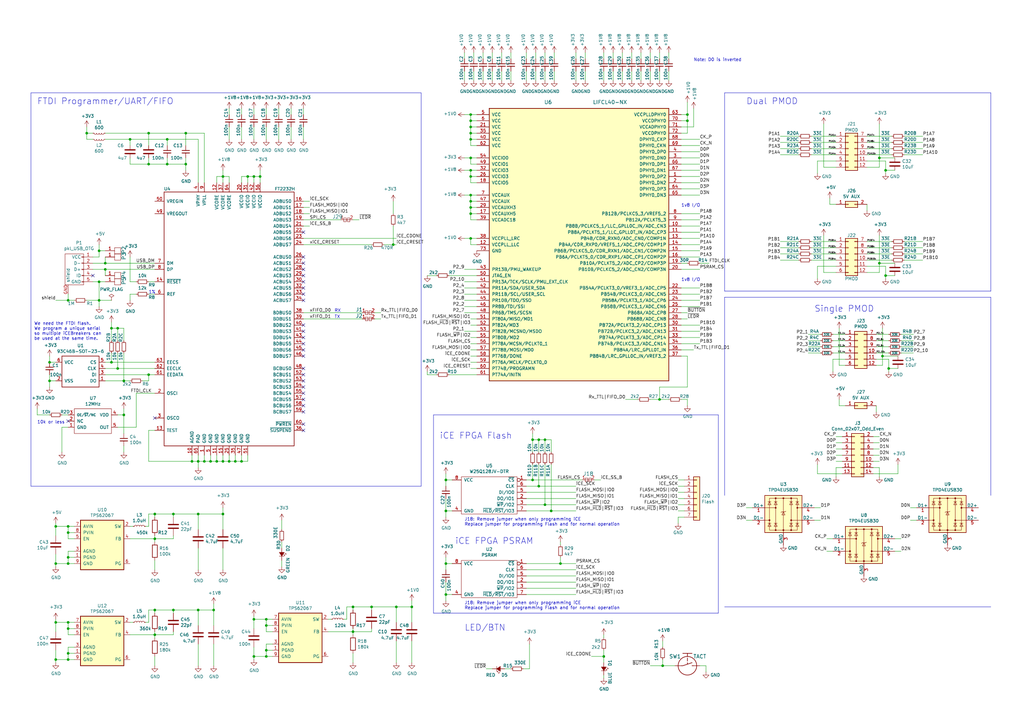
<source format=kicad_sch>
(kicad_sch (version 20230121) (generator eeschema)
  (paper "A3")
  (title_block (title "ArcticKoala") (date "2019-12-15") (rev "r0.1") (company "GsD") (comment 1 "2019 (C) Gregory Davill <greg.davill@gmail.com>") (comment 3 "License: CC-BY-SA V4.0"))
  (junction (at 88.9 189.23))
  (junction (at 27.94 231.14))
  (junction (at 22.86 270.51))
  (junction (at 226.06 209.55))
  (junction (at 109.22 256.54))
  (junction (at 76.2 67.31))
  (junction (at 182.88 231.14))
  (junction (at 27.94 218.44))
  (junction (at 193.04 57.15))
  (junction (at 270.51 163.83))
  (junction (at 281.94 46.99))
  (junction (at 193.04 97.79))
  (junction (at 78.74 189.23))
  (junction (at 27.94 270.51))
  (junction (at 40.64 115.57))
  (junction (at 193.04 49.53))
  (junction (at 182.88 243.84))
  (junction (at 91.44 189.23))
  (junction (at 22.86 231.14))
  (junction (at 364.49 151.13))
  (junction (at 220.98 199.39))
  (junction (at 60.96 67.31))
  (junction (at 71.12 210.82))
  (junction (at 63.5 210.82))
  (junction (at 87.63 250.19))
  (junction (at 68.58 57.15))
  (junction (at 48.26 151.13))
  (junction (at 193.04 54.61))
  (junction (at 27.94 267.97))
  (junction (at 27.94 123.19))
  (junction (at 48.26 134.62))
  (junction (at 193.04 69.85))
  (junction (at 63.5 220.98))
  (junction (at 229.87 231.14))
  (junction (at 218.44 180.34))
  (junction (at 20.32 156.21))
  (junction (at 363.22 69.85))
  (junction (at 104.14 72.39))
  (junction (at 45.72 134.62))
  (junction (at 162.56 248.92))
  (junction (at 63.5 260.35))
  (junction (at 193.04 80.01))
  (junction (at 193.04 87.63))
  (junction (at 281.94 49.53))
  (junction (at 193.04 72.39))
  (junction (at 81.28 210.82))
  (junction (at 81.28 189.23))
  (junction (at 360.68 64.77))
  (junction (at 63.5 250.19))
  (junction (at 93.98 189.23))
  (junction (at 220.98 180.34))
  (junction (at 271.78 273.05))
  (junction (at 144.78 248.92))
  (junction (at 27.94 257.81))
  (junction (at 43.18 107.95))
  (junction (at 86.36 189.23))
  (junction (at 363.22 113.03))
  (junction (at 161.29 100.33))
  (junction (at 40.64 102.87))
  (junction (at 218.44 196.85))
  (junction (at 182.88 196.85))
  (junction (at 247.65 269.24))
  (junction (at 104.14 269.24))
  (junction (at 106.68 72.39))
  (junction (at 81.28 250.19))
  (junction (at 193.04 82.55))
  (junction (at 20.32 148.59))
  (junction (at 71.12 250.19))
  (junction (at 45.72 148.59))
  (junction (at 60.96 54.61))
  (junction (at 193.04 52.07))
  (junction (at 223.52 207.01))
  (junction (at 361.95 146.05))
  (junction (at 53.34 57.15))
  (junction (at 182.88 209.55))
  (junction (at 109.22 254))
  (junction (at 168.91 248.92))
  (junction (at 96.52 189.23))
  (junction (at 60.96 153.67))
  (junction (at 104.14 254))
  (junction (at 40.64 123.19))
  (junction (at 223.52 180.34))
  (junction (at 68.58 67.31))
  (junction (at 101.6 72.39))
  (junction (at 50.8 156.21))
  (junction (at 193.04 85.09))
  (junction (at 144.78 259.08))
  (junction (at 22.86 255.27))
  (junction (at 152.4 248.92))
  (junction (at 193.04 64.77))
  (junction (at 91.44 72.39))
  (junction (at 109.22 266.7))
  (junction (at 50.8 170.18))
  (junction (at 360.68 107.95))
  (junction (at 27.94 255.27))
  (junction (at 27.94 228.6))
  (junction (at 193.04 46.99))
  (junction (at 91.44 210.82))
  (junction (at 76.2 54.61))
  (junction (at 35.56 54.61))
  (junction (at 83.82 189.23))
  (junction (at 43.18 110.49))
  (junction (at 22.86 215.9))
  (junction (at 99.06 189.23))
  (junction (at 27.94 215.9))
  (junction (at 109.22 269.24))
  (no_connect (at 124.46 153.67))
  (no_connect (at 124.46 163.83))
  (no_connect (at 124.46 151.13))
  (no_connect (at 63.5 171.45))
  (no_connect (at 124.46 176.53))
  (no_connect (at 124.46 135.89))
  (no_connect (at 124.46 105.41))
  (no_connect (at 124.46 107.95))
  (no_connect (at 124.46 115.57))
  (no_connect (at 124.46 123.19))
  (no_connect (at 124.46 110.49))
  (no_connect (at 124.46 140.97))
  (no_connect (at 124.46 161.29))
  (no_connect (at 124.46 138.43))
  (no_connect (at 124.46 118.11))
  (no_connect (at 27.94 172.72))
  (no_connect (at 124.46 156.21))
  (no_connect (at 124.46 173.99))
  (no_connect (at 124.46 133.35))
  (no_connect (at 124.46 158.75))
  (no_connect (at 124.46 166.37))
  (no_connect (at 124.46 120.65))
  (no_connect (at 124.46 95.25))
  (no_connect (at 38.1 113.03))
  (no_connect (at 124.46 113.03))
  (no_connect (at 124.46 143.51))
  (no_connect (at 124.46 146.05))
  (no_connect (at 124.46 168.91))
  (wire (pts (xy 60.96 54.61) (xy 76.2 54.61)))
  (wire (pts (xy 367.03 226.06) (xy 369.57 226.06)))
  (wire (pts (xy 370.84 55.88) (xy 378.46 55.88)))
  (wire (pts (xy 109.22 264.16) (xy 109.22 266.7)))
  (wire (pts (xy 279.4 125.73) (xy 287.02 125.73)))
  (wire (pts (xy 60.96 115.57) (xy 63.5 115.57)))
  (wire (pts (xy 76.2 54.61) (xy 76.2 59.69)))
  (wire (pts (xy 104.14 265.43) (xy 104.14 269.24)))
  (wire (pts (xy 53.34 260.35) (xy 63.5 260.35)))
  (wire (pts (xy 15.24 167.64) (xy 15.24 170.18)))
  (wire (pts (xy 270.51 33.02) (xy 270.51 29.21)))
  (wire (pts (xy 359.41 139.7) (xy 364.49 139.7)))
  (wire (pts (xy 87.63 256.54) (xy 87.63 250.19)))
  (wire (pts (xy 193.04 85.09) (xy 193.04 82.55)))
  (wire (pts (xy 215.9 209.55) (xy 226.06 209.55)))
  (wire (pts (xy 179.07 113.03) (xy 175.26 113.03)))
  (wire (pts (xy 109.22 256.54) (xy 109.22 254)))
  (wire (pts (xy 59.69 215.9) (xy 60.96 215.9)))
  (wire (pts (xy 337.82 68.58) (xy 337.82 50.8)))
  (wire (pts (xy 281.94 163.83) (xy 281.94 166.37)))
  (wire (pts (xy 78.74 189.23) (xy 81.28 189.23)))
  (wire (pts (xy 27.94 123.19) (xy 22.86 123.19)))
  (wire (pts (xy 335.28 114.3) (xy 335.28 109.22)))
  (wire (pts (xy 142.24 254) (xy 142.24 248.92)))
  (wire (pts (xy 60.96 54.61) (xy 60.96 59.69)))
  (wire (pts (xy 279.4 135.89) (xy 287.02 135.89)))
  (wire (pts (xy 43.18 151.13) (xy 48.26 151.13)))
  (polyline (pts (xy 172.72 38.1) (xy 172.72 199.39)))
  (wire (pts (xy 279.4 59.69) (xy 287.02 59.69)))
  (wire (pts (xy 124.46 82.55) (xy 127 82.55)))
  (wire (pts (xy 358.14 191.77) (xy 360.68 191.77)))
  (wire (pts (xy 259.08 24.13) (xy 259.08 21.59)))
  (wire (pts (xy 162.56 255.27) (xy 162.56 248.92)))
  (wire (pts (xy 193.04 74.93) (xy 193.04 72.39)))
  (wire (pts (xy 63.5 261.62) (xy 63.5 260.35)))
  (wire (pts (xy 215.9 24.13) (xy 215.9 21.59)))
  (wire (pts (xy 144.78 259.08) (xy 152.4 259.08)))
  (wire (pts (xy 54.61 255.27) (xy 53.34 255.27)))
  (wire (pts (xy 48.26 170.18) (xy 50.8 170.18)))
  (wire (pts (xy 83.82 189.23) (xy 86.36 189.23)))
  (wire (pts (xy 109.22 52.07) (xy 109.22 57.15)))
  (wire (pts (xy 363.22 109.22) (xy 363.22 113.03)))
  (wire (pts (xy 43.18 102.87) (xy 40.64 102.87)))
  (wire (pts (xy 287.02 107.95) (xy 290.83 107.95)))
  (wire (pts (xy 195.58 74.93) (xy 193.04 74.93)))
  (wire (pts (xy 195.58 54.61) (xy 193.04 54.61)))
  (wire (pts (xy 336.55 142.24) (xy 331.47 142.24)))
  (wire (pts (xy 55.88 120.65) (xy 53.34 120.65)))
  (wire (pts (xy 335.28 194.31) (xy 345.44 194.31)))
  (wire (pts (xy 182.88 231.14) (xy 182.88 228.6)))
  (wire (pts (xy 279.4 107.95) (xy 281.94 107.95)))
  (wire (pts (xy 179.07 153.67) (xy 175.26 153.67)))
  (wire (pts (xy 68.58 57.15) (xy 81.28 57.15)))
  (wire (pts (xy 27.94 267.97) (xy 27.94 270.51)))
  (wire (pts (xy 193.04 49.53) (xy 193.04 46.99)))
  (wire (pts (xy 308.61 208.28) (xy 306.07 208.28)))
  (wire (pts (xy 27.94 226.06) (xy 27.94 228.6)))
  (wire (pts (xy 185.42 231.14) (xy 182.88 231.14)))
  (wire (pts (xy 124.46 52.07) (xy 124.46 57.15)))
  (wire (pts (xy 342.9 104.14) (xy 332.74 104.14)))
  (wire (pts (xy 30.48 218.44) (xy 27.94 218.44)))
  (wire (pts (xy 336.55 137.16) (xy 331.47 137.16)))
  (wire (pts (xy 43.18 115.57) (xy 40.64 115.57)))
  (wire (pts (xy 370.84 63.5) (xy 378.46 63.5)))
  (wire (pts (xy 367.03 220.98) (xy 369.57 220.98)))
  (wire (pts (xy 342.9 101.6) (xy 332.74 101.6)))
  (wire (pts (xy 152.4 248.92) (xy 162.56 248.92)))
  (wire (pts (xy 336.55 139.7) (xy 331.47 139.7)))
  (wire (pts (xy 259.08 33.02) (xy 259.08 29.21)))
  (wire (pts (xy 63.5 212.09) (xy 63.5 210.82)))
  (wire (pts (xy 279.4 163.83) (xy 281.94 163.83)))
  (wire (pts (xy 22.86 215.9) (xy 22.86 214.63)))
  (wire (pts (xy 342.9 63.5) (xy 332.74 63.5)))
  (wire (pts (xy 71.12 251.46) (xy 71.12 250.19)))
  (wire (pts (xy 60.96 176.53) (xy 60.96 189.23)))
  (polyline (pts (xy 177.8 251.46) (xy 177.8 170.18)))
  (wire (pts (xy 369.57 142.24) (xy 374.65 142.24)))
  (wire (pts (xy 345.44 179.07) (xy 342.9 179.07)))
  (wire (pts (xy 340.36 83.82) (xy 340.36 81.28)))
  (wire (pts (xy 198.12 33.02) (xy 198.12 29.21)))
  (wire (pts (xy 223.52 33.02) (xy 223.52 29.21)))
  (wire (pts (xy 289.56 273.05) (xy 289.56 275.59)))
  (wire (pts (xy 48.26 144.78) (xy 48.26 151.13)))
  (wire (pts (xy 124.46 128.27) (xy 148.59 128.27)))
  (wire (pts (xy 287.02 273.05) (xy 289.56 273.05)))
  (wire (pts (xy 193.04 54.61) (xy 193.04 52.07)))
  (wire (pts (xy 81.28 256.54) (xy 81.28 250.19)))
  (wire (pts (xy 195.58 118.11) (xy 190.5 118.11)))
  (wire (pts (xy 218.44 190.5) (xy 218.44 196.85)))
  (wire (pts (xy 60.96 189.23) (xy 78.74 189.23)))
  (wire (pts (xy 279.4 128.27) (xy 281.94 128.27)))
  (wire (pts (xy 342.9 55.88) (xy 332.74 55.88)))
  (wire (pts (xy 43.18 110.49) (xy 63.5 110.49)))
  (wire (pts (xy 182.88 238.76) (xy 182.88 243.84)))
  (wire (pts (xy 360.68 107.95) (xy 360.68 96.52)))
  (wire (pts (xy 40.64 102.87) (xy 40.64 105.41)))
  (wire (pts (xy 190.5 24.13) (xy 190.5 21.59)))
  (wire (pts (xy 279.4 77.47) (xy 287.02 77.47)))
  (wire (pts (xy 53.34 67.31) (xy 60.96 67.31)))
  (wire (pts (xy 358.14 186.69) (xy 360.68 186.69)))
  (wire (pts (xy 215.9 243.84) (xy 236.22 243.84)))
  (wire (pts (xy 370.84 104.14) (xy 378.46 104.14)))
  (wire (pts (xy 81.28 273.05) (xy 81.28 264.16)))
  (wire (pts (xy 195.58 110.49) (xy 190.5 110.49)))
  (wire (pts (xy 48.26 151.13) (xy 63.5 151.13)))
  (wire (pts (xy 207.01 274.32) (xy 209.55 274.32)))
  (wire (pts (xy 111.76 254) (xy 109.22 254)))
  (wire (pts (xy 270.51 163.83) (xy 274.32 163.83)))
  (wire (pts (xy 99.06 44.45) (xy 99.06 46.99)))
  (wire (pts (xy 278.13 209.55) (xy 280.67 209.55)))
  (wire (pts (xy 83.82 186.69) (xy 83.82 189.23)))
  (wire (pts (xy 336.55 144.78) (xy 331.47 144.78)))
  (wire (pts (xy 360.68 111.76) (xy 360.68 107.95)))
  (wire (pts (xy 368.3 190.5) (xy 368.3 194.31)))
  (polyline (pts (xy 297.18 119.38) (xy 297.18 38.1)))
  (wire (pts (xy 360.68 68.58) (xy 360.68 64.77)))
  (wire (pts (xy 30.48 228.6) (xy 27.94 228.6)))
  (wire (pts (xy 279.4 49.53) (xy 281.94 49.53)))
  (wire (pts (xy 43.18 105.41) (xy 43.18 107.95)))
  (wire (pts (xy 60.96 156.21) (xy 60.96 153.67)))
  (wire (pts (xy 201.93 24.13) (xy 201.93 21.59)))
  (wire (pts (xy 341.63 220.98) (xy 339.09 220.98)))
  (wire (pts (xy 71.12 250.19) (xy 81.28 250.19)))
  (wire (pts (xy 38.1 105.41) (xy 40.64 105.41)))
  (wire (pts (xy 101.6 189.23) (xy 101.6 186.69)))
  (wire (pts (xy 124.46 92.71) (xy 127 92.71)))
  (wire (pts (xy 280.67 212.09) (xy 278.13 212.09)))
  (wire (pts (xy 195.58 151.13) (xy 193.04 151.13)))
  (wire (pts (xy 193.04 67.31) (xy 193.04 64.77)))
  (wire (pts (xy 358.14 184.15) (xy 360.68 184.15)))
  (wire (pts (xy 279.4 72.39) (xy 287.02 72.39)))
  (wire (pts (xy 195.58 49.53) (xy 193.04 49.53)))
  (wire (pts (xy 168.91 255.27) (xy 168.91 248.92)))
  (wire (pts (xy 279.4 97.79) (xy 287.02 97.79)))
  (wire (pts (xy 63.5 210.82) (xy 71.12 210.82)))
  (wire (pts (xy 53.34 120.65) (xy 53.34 123.19)))
  (wire (pts (xy 27.94 220.98) (xy 27.94 218.44)))
  (wire (pts (xy 359.41 149.86) (xy 361.95 149.86)))
  (wire (pts (xy 359.41 166.37) (xy 359.41 168.91)))
  (wire (pts (xy 361.95 149.86) (xy 361.95 146.05)))
  (wire (pts (xy 215.9 238.76) (xy 236.22 238.76)))
  (wire (pts (xy 63.5 269.24) (xy 63.5 273.05)))
  (wire (pts (xy 359.41 137.16) (xy 364.49 137.16)))
  (wire (pts (xy 215.9 33.02) (xy 215.9 29.21)))
  (wire (pts (xy 144.78 260.35) (xy 144.78 259.08)))
  (wire (pts (xy 195.58 87.63) (xy 193.04 87.63)))
  (wire (pts (xy 101.6 72.39) (xy 104.14 72.39)))
  (wire (pts (xy 227.33 33.02) (xy 227.33 29.21)))
  (wire (pts (xy 223.52 24.13) (xy 223.52 21.59)))
  (wire (pts (xy 287.02 110.49) (xy 279.4 110.49)))
  (wire (pts (xy 276.86 273.05) (xy 271.78 273.05)))
  (wire (pts (xy 218.44 180.34) (xy 220.98 180.34)))
  (wire (pts (xy 195.58 52.07) (xy 193.04 52.07)))
  (wire (pts (xy 370.84 58.42) (xy 378.46 58.42)))
  (wire (pts (xy 27.94 215.9) (xy 22.86 215.9)))
  (wire (pts (xy 50.8 134.62) (xy 48.26 134.62)))
  (wire (pts (xy 96.52 189.23) (xy 99.06 189.23)))
  (wire (pts (xy 364.49 151.13) (xy 368.3 151.13)))
  (wire (pts (xy 226.06 209.55) (xy 226.06 190.5)))
  (polyline (pts (xy 12.7 38.1) (xy 172.72 38.1)))
  (wire (pts (xy 334.01 213.36) (xy 336.55 213.36)))
  (wire (pts (xy 195.58 46.99) (xy 193.04 46.99)))
  (wire (pts (xy 43.18 54.61) (xy 60.96 54.61)))
  (wire (pts (xy 114.3 44.45) (xy 114.3 46.99)))
  (wire (pts (xy 355.6 55.88) (xy 365.76 55.88)))
  (wire (pts (xy 375.92 208.28) (xy 373.38 208.28)))
  (wire (pts (xy 35.56 57.15) (xy 38.1 57.15)))
  (wire (pts (xy 50.8 170.18) (xy 50.8 177.8)))
  (wire (pts (xy 279.4 74.93) (xy 287.02 74.93)))
  (wire (pts (xy 22.86 227.33) (xy 22.86 231.14)))
  (wire (pts (xy 93.98 186.69) (xy 93.98 189.23)))
  (wire (pts (xy 261.62 163.83) (xy 256.54 163.83)))
  (wire (pts (xy 15.24 170.18) (xy 20.32 170.18)))
  (wire (pts (xy 190.5 69.85) (xy 193.04 69.85)))
  (wire (pts (xy 63.5 251.46) (xy 63.5 250.19)))
  (wire (pts (xy 22.86 156.21) (xy 20.32 156.21)))
  (wire (pts (xy 63.5 220.98) (xy 71.12 220.98)))
  (wire (pts (xy 195.58 138.43) (xy 193.04 138.43)))
  (wire (pts (xy 88.9 72.39) (xy 91.44 72.39)))
  (wire (pts (xy 195.58 72.39) (xy 193.04 72.39)))
  (wire (pts (xy 43.18 110.49) (xy 43.18 113.03)))
  (wire (pts (xy 341.63 152.4) (xy 341.63 147.32)))
  (wire (pts (xy 327.66 106.68) (xy 320.04 106.68)))
  (wire (pts (xy 40.64 123.19) (xy 40.64 125.73)))
  (wire (pts (xy 201.93 274.32) (xy 199.39 274.32)))
  (wire (pts (xy 30.48 257.81) (xy 27.94 257.81)))
  (wire (pts (xy 60.96 153.67) (xy 63.5 153.67)))
  (polyline (pts (xy 297.18 121.92) (xy 297.18 203.2)))
  (wire (pts (xy 341.63 147.32) (xy 346.71 147.32)))
  (wire (pts (xy 342.9 68.58) (xy 337.82 68.58)))
  (polyline (pts (xy 406.4 121.92) (xy 406.4 203.2)))
  (wire (pts (xy 279.4 57.15) (xy 287.02 57.15)))
  (wire (pts (xy 22.86 231.14) (xy 22.86 232.41)))
  (wire (pts (xy 358.14 179.07) (xy 360.68 179.07)))
  (wire (pts (xy 195.58 82.55) (xy 193.04 82.55)))
  (wire (pts (xy 195.58 59.69) (xy 193.04 59.69)))
  (wire (pts (xy 220.98 199.39) (xy 236.22 199.39)))
  (wire (pts (xy 53.34 220.98) (xy 63.5 220.98)))
  (wire (pts (xy 45.72 148.59) (xy 63.5 148.59)))
  (wire (pts (xy 240.03 33.02) (xy 240.03 29.21)))
  (wire (pts (xy 194.31 33.02) (xy 194.31 29.21)))
  (wire (pts (xy 55.88 115.57) (xy 53.34 115.57)))
  (wire (pts (xy 355.6 99.06) (xy 365.76 99.06)))
  (wire (pts (xy 279.4 140.97) (xy 287.02 140.97)))
  (wire (pts (xy 369.57 144.78) (xy 374.65 144.78)))
  (wire (pts (xy 270.51 163.83) (xy 270.51 158.75)))
  (wire (pts (xy 195.58 90.17) (xy 193.04 90.17)))
  (wire (pts (xy 104.14 72.39) (xy 104.14 74.93)))
  (wire (pts (xy 369.57 137.16) (xy 374.65 137.16)))
  (wire (pts (xy 88.9 186.69) (xy 88.9 189.23)))
  (wire (pts (xy 81.28 189.23) (xy 81.28 191.77)))
  (wire (pts (xy 193.04 87.63) (xy 193.04 85.09)))
  (wire (pts (xy 195.58 97.79) (xy 193.04 97.79)))
  (wire (pts (xy 40.64 100.33) (xy 40.64 102.87)))
  (wire (pts (xy 215.9 196.85) (xy 218.44 196.85)))
  (wire (pts (xy 175.26 153.67) (xy 175.26 152.4)))
  (wire (pts (xy 355.6 101.6) (xy 365.76 101.6)))
  (wire (pts (xy 144.78 250.19) (xy 144.78 248.92)))
  (wire (pts (xy 38.1 110.49) (xy 43.18 110.49)))
  (wire (pts (xy 345.44 186.69) (xy 342.9 186.69)))
  (wire (pts (xy 162.56 271.78) (xy 162.56 262.89)))
  (wire (pts (xy 193.04 59.69) (xy 193.04 57.15)))
  (wire (pts (xy 22.86 255.27) (xy 22.86 254)))
  (wire (pts (xy 83.82 54.61) (xy 83.82 74.93)))
  (wire (pts (xy 229.87 222.25) (xy 229.87 223.52)))
  (wire (pts (xy 355.6 106.68) (xy 365.76 106.68)))
  (wire (pts (xy 142.24 248.92) (xy 144.78 248.92)))
  (wire (pts (xy 185.42 209.55) (xy 182.88 209.55)))
  (wire (pts (xy 63.5 260.35) (xy 63.5 259.08)))
  (wire (pts (xy 327.66 55.88) (xy 320.04 55.88)))
  (wire (pts (xy 274.32 33.02) (xy 274.32 29.21)))
  (wire (pts (xy 81.28 217.17) (xy 81.28 210.82)))
  (wire (pts (xy 193.04 52.07) (xy 193.04 49.53)))
  (polyline (pts (xy 406.4 248.92) (xy 297.18 248.92)))
  (wire (pts (xy 60.96 250.19) (xy 63.5 250.19)))
  (wire (pts (xy 219.71 24.13) (xy 219.71 21.59)))
  (wire (pts (xy 109.22 269.24) (xy 104.14 269.24)))
  (wire (pts (xy 251.46 24.13) (xy 251.46 21.59)))
  (wire (pts (xy 76.2 54.61) (xy 83.82 54.61)))
  (wire (pts (xy 243.84 196.85) (xy 246.38 196.85)))
  (wire (pts (xy 91.44 217.17) (xy 91.44 210.82)))
  (wire (pts (xy 40.64 115.57) (xy 40.64 123.19)))
  (wire (pts (xy 217.17 264.16) (xy 217.17 274.32)))
  (wire (pts (xy 279.4 69.85) (xy 287.02 69.85)))
  (wire (pts (xy 168.91 248.92) (xy 168.91 246.38)))
  (wire (pts (xy 327.66 99.06) (xy 320.04 99.06)))
  (wire (pts (xy 104.14 257.81) (xy 104.14 254)))
  (wire (pts (xy 109.22 259.08) (xy 109.22 256.54)))
  (wire (pts (xy 45.72 134.62) (xy 45.72 139.7)))
  (wire (pts (xy 359.41 147.32) (xy 364.49 147.32)))
  (wire (pts (xy 361.95 146.05) (xy 368.3 146.05)))
  (wire (pts (xy 342.9 99.06) (xy 332.74 99.06)))
  (wire (pts (xy 81.28 210.82) (xy 91.44 210.82)))
  (wire (pts (xy 215.9 204.47) (xy 236.22 204.47)))
  (wire (pts (xy 48.26 175.26) (xy 55.88 175.26)))
  (wire (pts (xy 93.98 44.45) (xy 93.98 46.99)))
  (wire (pts (xy 68.58 57.15) (xy 68.58 59.69)))
  (wire (pts (xy 87.63 273.05) (xy 87.63 264.16)))
  (wire (pts (xy 240.03 24.13) (xy 240.03 21.59)))
  (wire (pts (xy 278.13 204.47) (xy 280.67 204.47)))
  (wire (pts (xy 55.88 161.29) (xy 63.5 161.29)))
  (wire (pts (xy 279.4 102.87) (xy 287.02 102.87)))
  (wire (pts (xy 215.9 241.3) (xy 236.22 241.3)))
  (wire (pts (xy 205.74 33.02) (xy 205.74 29.21)))
  (wire (pts (xy 247.65 278.13) (xy 247.65 276.86)))
  (wire (pts (xy 157.48 100.33) (xy 161.29 100.33)))
  (wire (pts (xy 182.88 204.47) (xy 182.88 209.55)))
  (wire (pts (xy 63.5 250.19) (xy 71.12 250.19)))
  (wire (pts (xy 223.52 180.34) (xy 226.06 180.34)))
  (wire (pts (xy 335.28 109.22) (xy 342.9 109.22)))
  (wire (pts (xy 342.9 60.96) (xy 332.74 60.96)))
  (wire (pts (xy 360.68 64.77) (xy 367.03 64.77)))
  (wire (pts (xy 185.42 196.85) (xy 182.88 196.85)))
  (wire (pts (xy 195.58 153.67) (xy 184.15 153.67)))
  (wire (pts (xy 220.98 190.5) (xy 220.98 199.39)))
  (wire (pts (xy 30.48 226.06) (xy 27.94 226.06)))
  (wire (pts (xy 60.96 255.27) (xy 60.96 250.19)))
  (wire (pts (xy 279.4 130.81) (xy 281.94 130.81)))
  (wire (pts (xy 358.14 181.61) (xy 360.68 181.61)))
  (wire (pts (xy 161.29 92.71) (xy 161.29 100.33)))
  (wire (pts (xy 271.78 270.51) (xy 271.78 273.05)))
  (wire (pts (xy 193.04 90.17) (xy 193.04 87.63)))
  (wire (pts (xy 226.06 209.55) (xy 236.22 209.55)))
  (wire (pts (xy 53.34 115.57) (xy 53.34 105.41)))
  (wire (pts (xy 30.48 267.97) (xy 27.94 267.97)))
  (wire (pts (xy 27.94 175.26) (xy 25.4 175.26)))
  (wire (pts (xy 38.1 115.57) (xy 40.64 115.57)))
  (wire (pts (xy 279.4 46.99) (xy 281.94 46.99)))
  (wire (pts (xy 215.9 201.93) (xy 236.22 201.93)))
  (wire (pts (xy 279.4 95.25) (xy 287.02 95.25)))
  (wire (pts (xy 278.13 201.93) (xy 280.67 201.93)))
  (wire (pts (xy 327.66 104.14) (xy 320.04 104.14)))
  (wire (pts (xy 281.94 158.75) (xy 281.94 146.05)))
  (wire (pts (xy 27.94 123.19) (xy 30.48 123.19)))
  (wire (pts (xy 88.9 74.93) (xy 88.9 72.39)))
  (wire (pts (xy 109.22 44.45) (xy 109.22 46.99)))
  (wire (pts (xy 209.55 33.02) (xy 209.55 29.21)))
  (wire (pts (xy 274.32 24.13) (xy 274.32 21.59)))
  (wire (pts (xy 53.34 57.15) (xy 53.34 59.69)))
  (wire (pts (xy 266.7 33.02) (xy 266.7 29.21)))
  (wire (pts (xy 369.57 139.7) (xy 374.65 139.7)))
  (wire (pts (xy 195.58 67.31) (xy 193.04 67.31)))
  (wire (pts (xy 124.46 130.81) (xy 148.59 130.81)))
  (wire (pts (xy 68.58 64.77) (xy 68.58 67.31)))
  (wire (pts (xy 86.36 186.69) (xy 86.36 189.23)))
  (wire (pts (xy 106.68 72.39) (xy 106.68 69.85)))
  (wire (pts (xy 215.9 236.22) (xy 236.22 236.22)))
  (wire (pts (xy 161.29 87.63) (xy 161.29 82.55)))
  (wire (pts (xy 27.94 120.65) (xy 27.94 123.19)))
  (wire (pts (xy 335.28 190.5) (xy 335.28 194.31)))
  (wire (pts (xy 124.46 97.79) (xy 162.56 97.79)))
  (wire (pts (xy 162.56 248.92) (xy 168.91 248.92)))
  (wire (pts (xy 195.58 148.59) (xy 193.04 148.59)))
  (wire (pts (xy 223.52 207.01) (xy 236.22 207.01)))
  (wire (pts (xy 337.82 111.76) (xy 337.82 96.52)))
  (wire (pts (xy 101.6 72.39) (xy 101.6 74.93)))
  (wire (pts (xy 363.22 66.04) (xy 363.22 69.85)))
  (wire (pts (xy 215.9 233.68) (xy 236.22 233.68)))
  (wire (pts (xy 271.78 265.43) (xy 271.78 262.89)))
  (polyline (pts (xy 297.18 38.1) (xy 406.4 38.1)))
  (wire (pts (xy 284.48 52.07) (xy 284.48 44.45)))
  (wire (pts (xy 63.5 229.87) (xy 63.5 233.68)))
  (wire (pts (xy 279.4 64.77) (xy 287.02 64.77)))
  (wire (pts (xy 109.22 266.7) (xy 109.22 269.24)))
  (wire (pts (xy 370.84 101.6) (xy 378.46 101.6)))
  (wire (pts (xy 68.58 67.31) (xy 76.2 67.31)))
  (wire (pts (xy 86.36 189.23) (xy 88.9 189.23)))
  (wire (pts (xy 182.88 209.55) (xy 182.88 212.09)))
  (wire (pts (xy 124.46 90.17) (xy 139.7 90.17)))
  (wire (pts (xy 223.52 207.01) (xy 223.52 190.5)))
  (wire (pts (xy 220.98 180.34) (xy 220.98 185.42)))
  (wire (pts (xy 144.78 267.97) (xy 144.78 271.78)))
  (wire (pts (xy 119.38 44.45) (xy 119.38 46.99)))
  (wire (pts (xy 22.86 259.08) (xy 22.86 255.27)))
  (wire (pts (xy 20.32 153.67) (xy 20.32 156.21)))
  (wire (pts (xy 111.76 266.7) (xy 109.22 266.7)))
  (wire (pts (xy 27.94 228.6) (xy 27.94 231.14)))
  (wire (pts (xy 358.14 189.23) (xy 360.68 189.23)))
  (wire (pts (xy 327.66 63.5) (xy 320.04 63.5)))
  (wire (pts (xy 93.98 52.07) (xy 93.98 57.15)))
  (wire (pts (xy 327.66 60.96) (xy 320.04 60.96)))
  (wire (pts (xy 27.94 270.51) (xy 22.86 270.51)))
  (wire (pts (xy 30.48 265.43) (xy 27.94 265.43)))
  (wire (pts (xy 93.98 189.23) (xy 96.52 189.23)))
  (wire (pts (xy 195.58 146.05) (xy 193.04 146.05)))
  (wire (pts (xy 342.9 191.77) (xy 342.9 195.58)))
  (wire (pts (xy 247.65 269.24) (xy 242.57 269.24)))
  (wire (pts (xy 195.58 123.19) (xy 190.5 123.19)))
  (wire (pts (xy 375.92 213.36) (xy 373.38 213.36)))
  (wire (pts (xy 363.22 113.03) (xy 367.03 113.03)))
  (wire (pts (xy 255.27 24.13) (xy 255.27 21.59)))
  (wire (pts (xy 71.12 220.98) (xy 71.12 219.71)))
  (wire (pts (xy 247.65 266.7) (xy 247.65 269.24)))
  (wire (pts (xy 345.44 191.77) (xy 342.9 191.77)))
  (wire (pts (xy 284.48 143.51) (xy 279.4 143.51)))
  (wire (pts (xy 45.72 144.78) (xy 45.72 148.59)))
  (wire (pts (xy 346.71 149.86) (xy 344.17 149.86)))
  (wire (pts (xy 76.2 67.31) (xy 76.2 69.85)))
  (wire (pts (xy 99.06 72.39) (xy 101.6 72.39)))
  (wire (pts (xy 255.27 33.02) (xy 255.27 29.21)))
  (wire (pts (xy 355.6 60.96) (xy 365.76 60.96)))
  (wire (pts (xy 195.58 133.35) (xy 193.04 133.35)))
  (wire (pts (xy 96.52 186.69) (xy 96.52 189.23)))
  (wire (pts (xy 346.71 139.7) (xy 341.63 139.7)))
  (wire (pts (xy 215.9 231.14) (xy 229.87 231.14)))
  (wire (pts (xy 279.4 138.43) (xy 287.02 138.43)))
  (wire (pts (xy 266.7 163.83) (xy 270.51 163.83)))
  (wire (pts (xy 195.58 130.81) (xy 193.04 130.81)))
  (wire (pts (xy 335.28 66.04) (xy 335.28 71.12)))
  (wire (pts (xy 144.78 259.08) (xy 144.78 257.81)))
  (wire (pts (xy 308.61 213.36) (xy 306.07 213.36)))
  (wire (pts (xy 60.96 210.82) (xy 63.5 210.82)))
  (wire (pts (xy 91.44 72.39) (xy 93.98 72.39)))
  (wire (pts (xy 91.44 74.93) (xy 91.44 72.39)))
  (wire (pts (xy 279.4 133.35) (xy 287.02 133.35)))
  (wire (pts (xy 195.58 120.65) (xy 190.5 120.65)))
  (wire (pts (xy 219.71 33.02) (xy 219.71 29.21)))
  (wire (pts (xy 363.22 109.22) (xy 355.6 109.22)))
  (wire (pts (xy 364.49 147.32) (xy 364.49 151.13)))
  (wire (pts (xy 99.06 189.23) (xy 101.6 189.23)))
  (wire (pts (xy 209.55 24.13) (xy 209.55 21.59)))
  (wire (pts (xy 109.22 254) (xy 104.14 254)))
  (wire (pts (xy 251.46 33.02) (xy 251.46 29.21)))
  (wire (pts (xy 223.52 180.34) (xy 223.52 185.42)))
  (wire (pts (xy 182.88 231.14) (xy 182.88 233.68)))
  (wire (pts (xy 370.84 60.96) (xy 378.46 60.96)))
  (wire (pts (xy 30.48 220.98) (xy 27.94 220.98)))
  (wire (pts (xy 63.5 176.53) (xy 60.96 176.53)))
  (wire (pts (xy 22.86 219.71) (xy 22.86 215.9)))
  (wire (pts (xy 279.4 52.07) (xy 284.48 52.07)))
  (wire (pts (xy 215.9 199.39) (xy 220.98 199.39)))
  (wire (pts (xy 58.42 156.21) (xy 60.96 156.21)))
  (wire (pts (xy 346.71 142.24) (xy 341.63 142.24)))
  (wire (pts (xy 50.8 139.7) (xy 50.8 134.62)))
  (wire (pts (xy 364.49 151.13) (xy 364.49 152.4)))
  (wire (pts (xy 193.04 82.55) (xy 193.04 80.01)))
  (wire (pts (xy 54.61 215.9) (xy 53.34 215.9)))
  (wire (pts (xy 271.78 273.05) (xy 266.7 273.05)))
  (wire (pts (xy 193.04 57.15) (xy 193.04 54.61)))
  (wire (pts (xy 195.58 128.27) (xy 190.5 128.27)))
  (wire (pts (xy 229.87 231.14) (xy 236.22 231.14)))
  (wire (pts (xy 195.58 113.03) (xy 184.15 113.03)))
  (wire (pts (xy 81.28 186.69) (xy 81.28 189.23)))
  (wire (pts (xy 359.41 144.78) (xy 364.49 144.78)))
  (wire (pts (xy 30.48 270.51) (xy 27.94 270.51)))
  (wire (pts (xy 346.71 166.37) (xy 344.17 166.37)))
  (wire (pts (xy 20.32 156.21) (xy 20.32 158.75)))
  (wire (pts (xy 168.91 271.78) (xy 168.91 262.89)))
  (polyline (pts (xy 294.64 251.46) (xy 177.8 251.46)))
  (wire (pts (xy 81.28 189.23) (xy 83.82 189.23)))
  (wire (pts (xy 281.94 49.53) (xy 281.94 46.99)))
  (wire (pts (xy 144.78 90.17) (xy 147.32 90.17)))
  (wire (pts (xy 226.06 180.34) (xy 226.06 185.42)))
  (wire (pts (xy 124.46 44.45) (xy 124.46 46.99)))
  (wire (pts (xy 152.4 250.19) (xy 152.4 248.92)))
  (wire (pts (xy 106.68 72.39) (xy 106.68 74.93)))
  (wire (pts (xy 35.56 123.19) (xy 40.64 123.19)))
  (wire (pts (xy 144.78 248.92) (xy 152.4 248.92)))
  (wire (pts (xy 281.94 54.61) (xy 281.94 49.53)))
  (wire (pts (xy 355.6 63.5) (xy 365.76 63.5)))
  (wire (pts (xy 45.72 132.08) (xy 45.72 134.62)))
  (wire (pts (xy 71.12 260.35) (xy 71.12 259.08)))
  (wire (pts (xy 27.94 257.81) (xy 27.94 255.27)))
  (wire (pts (xy 341.63 226.06) (xy 339.09 226.06)))
  (polyline (pts (xy 406.4 38.1) (xy 406.4 119.38)))
  (wire (pts (xy 59.69 255.27) (xy 60.96 255.27)))
  (wire (pts (xy 278.13 212.09) (xy 278.13 214.63)))
  (wire (pts (xy 334.01 208.28) (xy 336.55 208.28)))
  (wire (pts (xy 370.84 99.06) (xy 378.46 99.06)))
  (wire (pts (xy 345.44 189.23) (xy 342.9 189.23)))
  (polyline (pts (xy 294.64 170.18) (xy 294.64 251.46)))
  (wire (pts (xy 104.14 254) (xy 104.14 252.73)))
  (wire (pts (xy 193.04 64.77) (xy 190.5 64.77)))
  (wire (pts (xy 50.8 170.18) (xy 50.8 167.64)))
  (wire (pts (xy 27.94 218.44) (xy 27.94 215.9)))
  (wire (pts (xy 287.02 105.41) (xy 279.4 105.41)))
  (wire (pts (xy 115.57 229.87) (xy 115.57 232.41)))
  (wire (pts (xy 104.14 52.07) (xy 104.14 57.15)))
  (wire (pts (xy 27.94 265.43) (xy 27.94 267.97)))
  (wire (pts (xy 104.14 269.24) (xy 104.14 270.51)))
  (wire (pts (xy 218.44 185.42) (xy 218.44 180.34)))
  (wire (pts (xy 78.74 186.69) (xy 78.74 189.23)))
  (wire (pts (xy 355.6 83.82) (xy 355.6 86.36)))
  (wire (pts (xy 81.28 250.19) (xy 87.63 250.19)))
  (wire (pts (xy 134.62 259.08) (xy 144.78 259.08)))
  (wire (pts (xy 153.67 128.27) (xy 156.21 128.27)))
  (wire (pts (xy 30.48 255.27) (xy 27.94 255.27)))
  (wire (pts (xy 182.88 243.84) (xy 182.88 246.38)))
  (wire (pts (xy 22.86 148.59) (xy 20.32 148.59)))
  (wire (pts (xy 114.3 52.07) (xy 114.3 57.15)))
  (wire (pts (xy 91.44 233.68) (xy 91.44 224.79)))
  (wire (pts (xy 63.5 222.25) (xy 63.5 220.98)))
  (wire (pts (xy 327.66 58.42) (xy 320.04 58.42)))
  (wire (pts (xy 161.29 100.33) (xy 162.56 100.33)))
  (wire (pts (xy 368.3 194.31) (xy 358.14 194.31)))
  (wire (pts (xy 190.5 33.02) (xy 190.5 29.21)))
  (wire (pts (xy 91.44 210.82) (xy 91.44 208.28)))
  (wire (pts (xy 27.94 231.14) (xy 22.86 231.14)))
  (wire (pts (xy 27.94 260.35) (xy 27.94 257.81)))
  (wire (pts (xy 342.9 106.68) (xy 332.74 106.68)))
  (wire (pts (xy 279.4 123.19) (xy 287.02 123.19)))
  (wire (pts (xy 48.26 134.62) (xy 45.72 134.62)))
  (wire (pts (xy 355.6 66.04) (xy 363.22 66.04)))
  (wire (pts (xy 344.17 149.86) (xy 344.17 134.62)))
  (wire (pts (xy 195.58 85.09) (xy 193.04 85.09)))
  (wire (pts (xy 53.34 64.77) (xy 53.34 67.31)))
  (wire (pts (xy 236.22 24.13) (xy 236.22 21.59)))
  (wire (pts (xy 35.56 54.61) (xy 35.56 57.15)))
  (wire (pts (xy 193.04 97.79) (xy 190.5 97.79)))
  (wire (pts (xy 346.71 144.78) (xy 341.63 144.78)))
  (wire (pts (xy 247.65 261.62) (xy 247.65 260.35)))
  (wire (pts (xy 22.86 270.51) (xy 22.86 271.78)))
  (wire (pts (xy 111.76 259.08) (xy 109.22 259.08)))
  (wire (pts (xy 111.76 269.24) (xy 109.22 269.24)))
  (wire (pts (xy 355.6 104.14) (xy 365.76 104.14)))
  (wire (pts (xy 48.26 134.62) (xy 48.26 139.7)))
  (wire (pts (xy 53.34 57.15) (xy 68.58 57.15)))
  (wire (pts (xy 91.44 72.39) (xy 91.44 69.85)))
  (wire (pts (xy 27.94 170.18) (xy 25.4 170.18)))
  (wire (pts (xy 182.88 196.85) (xy 182.88 194.31)))
  (wire (pts (xy 360.68 64.77) (xy 360.68 50.8)))
  (wire (pts (xy 227.33 24.13) (xy 227.33 21.59)))
  (wire (pts (xy 190.5 80.01) (xy 193.04 80.01)))
  (wire (pts (xy 43.18 156.21) (xy 50.8 156.21)))
  (wire (pts (xy 91.44 189.23) (xy 93.98 189.23)))
  (wire (pts (xy 195.58 100.33) (xy 193.04 100.33)))
  (wire (pts (xy 193.04 80.01) (xy 195.58 80.01)))
  (wire (pts (xy 124.46 87.63) (xy 127 87.63)))
  (wire (pts (xy 193.04 69.85) (xy 195.58 69.85)))
  (wire (pts (xy 50.8 144.78) (xy 50.8 156.21)))
  (wire (pts (xy 363.22 69.85) (xy 363.22 71.12)))
  (polyline (pts (xy 172.72 199.39) (xy 12.7 199.39)))
  (polyline (pts (xy 177.8 170.18) (xy 294.64 170.18)))
  (wire (pts (xy 30.48 260.35) (xy 27.94 260.35)))
  (wire (pts (xy 218.44 177.8) (xy 218.44 180.34)))
  (wire (pts (xy 185.42 243.84) (xy 182.88 243.84)))
  (wire (pts (xy 30.48 231.14) (xy 27.94 231.14)))
  (wire (pts (xy 363.22 69.85) (xy 367.03 69.85)))
  (wire (pts (xy 346.71 137.16) (xy 341.63 137.16)))
  (wire (pts (xy 60.96 215.9) (xy 60.96 210.82)))
  (wire (pts (xy 355.6 68.58) (xy 360.68 68.58)))
  (wire (pts (xy 135.89 254) (xy 134.62 254)))
  (wire (pts (xy 205.74 24.13) (xy 205.74 21.59)))
  (wire (pts (xy 195.58 140.97) (xy 193.04 140.97)))
  (wire (pts (xy 344.17 166.37) (xy 344.17 163.83)))
  (wire (pts (xy 119.38 52.07) (xy 119.38 57.15)))
  (wire (pts (xy 43.18 153.67) (xy 60.96 153.67)))
  (wire (pts (xy 247.65 271.78) (xy 247.65 269.24)))
  (wire (pts (xy 195.58 143.51) (xy 193.04 143.51)))
  (wire (pts (xy 279.4 80.01) (xy 287.02 80.01)))
  (wire (pts (xy 50.8 156.21) (xy 53.34 156.21)))
  (wire (pts (xy 115.57 224.79) (xy 115.57 222.25)))
  (wire (pts (xy 81.28 57.15) (xy 81.28 74.93)))
  (wire (pts (xy 280.67 196.85) (xy 278.13 196.85)))
  (wire (pts (xy 279.4 87.63) (xy 287.02 87.63)))
  (wire (pts (xy 20.32 148.59) (xy 20.32 146.05)))
  (wire (pts (xy 111.76 264.16) (xy 109.22 264.16)))
  (wire (pts (xy 115.57 213.36) (xy 115.57 217.17)))
  (wire (pts (xy 278.13 199.39) (xy 280.67 199.39)))
  (wire (pts (xy 279.4 67.31) (xy 287.02 67.31)))
  (wire (pts (xy 360.68 111.76) (xy 355.6 111.76)))
  (wire (pts (xy 247.65 24.13) (xy 247.65 21.59)))
  (wire (pts (xy 279.4 62.23) (xy 287.02 62.23)))
  (wire (pts (xy 124.46 100.33) (xy 152.4 100.33)))
  (wire (pts (xy 99.06 52.07) (xy 99.06 57.15)))
  (polyline (pts (xy 406.4 119.38) (xy 297.18 119.38)))
  (wire (pts (xy 63.5 120.65) (xy 60.96 120.65)))
  (wire (pts (xy 266.7 24.13) (xy 266.7 21.59)))
  (wire (pts (xy 355.6 58.42) (xy 365.76 58.42)))
  (wire (pts (xy 63.5 260.35) (xy 71.12 260.35)))
  (wire (pts (xy 195.58 64.77) (xy 193.04 64.77)))
  (wire (pts (xy 270.51 158.75) (xy 281.94 158.75)))
  (wire (pts (xy 87.63 250.19) (xy 87.63 247.65)))
  (wire (pts (xy 124.46 85.09) (xy 127 85.09)))
  (wire (pts (xy 363.22 113.03) (xy 363.22 114.3)))
  (wire (pts (xy 193.04 100.33) (xy 193.04 97.79)))
  (wire (pts (xy 279.4 118.11) (xy 287.02 118.11)))
  (wire (pts (xy 337.82 111.76) (xy 342.9 111.76)))
  (wire (pts (xy 50.8 182.88) (xy 50.8 185.42)))
  (wire (pts (xy 195.58 135.89) (xy 190.5 135.89)))
  (wire (pts (xy 60.96 64.77) (xy 60.96 67.31)))
  (wire (pts (xy 281.94 146.05) (xy 279.4 146.05)))
  (wire (pts (xy 71.12 212.09) (xy 71.12 210.82)))
  (wire (pts (xy 345.44 184.15) (xy 342.9 184.15)))
  (wire (pts (xy 91.44 186.69) (xy 91.44 189.23)))
  (wire (pts (xy 279.4 92.71) (xy 287.02 92.71)))
  (wire (pts (xy 217.17 274.32) (xy 214.63 274.32)))
  (wire (pts (xy 27.94 255.27) (xy 22.86 255.27)))
  (wire (pts (xy 360.68 107.95) (xy 367.03 107.95)))
  (wire (pts (xy 88.9 189.23) (xy 91.44 189.23)))
  (wire (pts (xy 30.48 215.9) (xy 27.94 215.9)))
  (wire (pts (xy 370.84 106.68) (xy 378.46 106.68)))
  (wire (pts (xy 43.18 107.95) (xy 63.5 107.95)))
  (wire (pts (xy 201.93 33.02) (xy 201.93 29.21)))
  (wire (pts (xy 279.4 120.65) (xy 287.02 120.65)))
  (wire (pts (xy 220.98 180.34) (xy 223.52 180.34)))
  (wire (pts (xy 262.89 24.13) (xy 262.89 21.59)))
  (wire (pts (xy 359.41 142.24) (xy 364.49 142.24)))
  (wire (pts (xy 236.22 33.02) (xy 236.22 29.21)))
  (wire (pts (xy 361.95 146.05) (xy 361.95 134.62)))
  (wire (pts (xy 279.4 100.33) (xy 287.02 100.33)))
  (wire (pts (xy 55.88 175.26) (xy 55.88 161.29)))
  (wire (pts (xy 342.9 66.04) (xy 335.28 66.04)))
  (wire (pts (xy 342.9 83.82) (xy 340.36 83.82)))
  (wire (pts (xy 25.4 175.26) (xy 25.4 185.42)))
  (wire (pts (xy 262.89 33.02) (xy 262.89 29.21)))
  (wire (pts (xy 22.86 266.7) (xy 22.86 270.51)))
  (wire (pts (xy 40.64 123.19) (xy 45.72 123.19)))
  (wire (pts (xy 111.76 256.54) (xy 109.22 256.54)))
  (wire (pts (xy 76.2 67.31) (xy 76.2 64.77)))
  (wire (pts (xy 104.14 44.45) (xy 104.14 46.99)))
  (wire (pts (xy 63.5 220.98) (xy 63.5 219.71)))
  (wire (pts (xy 99.06 186.69) (xy 99.06 189.23)))
  (polyline (pts (xy 12.7 199.39) (xy 12.7 38.1)))
  (wire (pts (xy 35.56 52.07) (xy 35.56 54.61)))
  (wire (pts (xy 99.06 74.93) (xy 99.06 72.39)))
  (wire (pts (xy 279.4 90.17) (xy 287.02 90.17)))
  (wire (pts (xy 182.88 196.85) (xy 182.88 199.39)))
  (wire (pts (xy 279.4 54.61) (xy 281.94 54.61)))
  (wire (pts (xy 278.13 207.01) (xy 280.67 207.01)))
  (polyline (pts (xy 297.18 121.92) (xy 406.4 121.92)))
  (wire (pts (xy 193.04 72.39) (xy 193.04 69.85)))
  (wire (pts (xy 152.4 259.08) (xy 152.4 257.81)))
  (wire (pts (xy 43.18 148.59) (xy 45.72 148.59)))
  (wire (pts (xy 215.9 207.01) (xy 223.52 207.01)))
  (wire (pts (xy 153.67 130.81) (xy 156.21 130.81)))
  (wire (pts (xy 327.66 101.6) (xy 320.04 101.6)))
  (wire (pts (xy 345.44 181.61) (xy 342.9 181.61)))
  (wire (pts (xy 195.58 115.57) (xy 190.5 115.57)))
  (wire (pts (xy 194.31 24.13) (xy 194.31 21.59)))
  (wire (pts (xy 360.68 191.77) (xy 360.68 195.58)))
  (wire (pts (xy 198.12 24.13) (xy 198.12 21.59)))
  (wire (pts (xy 43.18 57.15) (xy 53.34 57.15)))
  (wire (pts (xy 195.58 57.15) (xy 193.04 57.15)))
  (wire (pts (xy 193.04 46.99) (xy 190.5 46.99)))
  (wire (pts (xy 195.58 125.73) (xy 190.5 125.73)))
  (wire (pts (xy 281.94 46.99) (xy 281.94 41.91)))
  (wire (pts (xy 270.51 24.13) (xy 270.51 21.59)))
  (wire (pts (xy 60.96 67.31) (xy 68.58 67.31)))
  (wire (pts (xy 229.87 228.6) (xy 229.87 231.14)))
  (wire (pts (xy 93.98 72.39) (xy 93.98 74.93)))
  (wire (pts (xy 81.28 233.68) (xy 81.28 224.79)))
  (wire (pts (xy 104.14 72.39) (xy 106.68 72.39)))
  (wire (pts (xy 38.1 107.95) (xy 43.18 107.95)))
  (wire (pts (xy 342.9 58.42) (xy 332.74 58.42)))
  (wire (pts (xy 247.65 33.02) (xy 247.65 29.21)))
  (wire (pts (xy 71.12 210.82) (xy 81.28 210.82)))
  (wire (pts (xy 140.97 254) (xy 142.24 254)))
  (wire (pts (xy 218.44 196.85) (xy 238.76 196.85)))
  (wire (pts (xy 35.56 54.61) (xy 38.1 54.61)))
  (text "We need the FTDI flash.\nWe program a unique serial\nso multiple iCEBreakers can\nbe used at the same time." (at 13.97 139.7 0) (effects (font (size 1.27 1.27)) (justify left bottom)))
  (text "J18: Remove jumper when only programming iCE\nReplace jumper for programming Flash and for normal operation" (at 190.5 250.19 0) (effects (font (size 1.27 1.27)) (justify left bottom)))
  (text "TX" (at 137.16 130.81 0) (effects (font (size 1.27 1.27)) (justify left bottom)))
  (text "FTDI Programmer/UART/FIFO" (at 15.24 43.18 0) (effects (font (size 2.54 2.54)) (justify left bottom)))
  (text "iCE FPGA Flash" (at 180.34 180.34 0) (effects (font (size 2.54 2.54)) (justify left bottom)))
  (text "iCE FPGA PSRAM\n" (at 186.69 223.52 0) (effects (font (size 2.54 2.54)) (justify left bottom)))
  (text "1v8 I/O" (at 279.4 85.09 0) (effects (font (size 1.27 1.27)) (justify left bottom)))
  (text "1%" (at 60.96 120.65 0) (effects (font (size 1.27 1.27)) (justify left bottom)))
  (text "RX" (at 137.16 128.27 0) (effects (font (size 1.27 1.27)) (justify left bottom)))
  (text "1v8 I/O" (at 279.4 115.57 0) (effects (font (size 1.27 1.27)) (justify left bottom)))
  (text "10k or less" (at 15.24 173.99 0) (effects (font (size 1.27 1.27)) (justify left bottom)))
  (text "Dual PMOD" (at 306.07 43.18 0) (effects (font (size 2.54 2.54)) (justify left bottom)))
  (text "Note: D0 is inverted" (at 284.48 25.4 0) (effects (font (size 1.27 1.27)) (justify left bottom)))
  (text "LED/BTN" (at 190.5 259.08 0) (effects (font (size 2.54 2.54)) (justify left bottom)))
  (text "J18: Remove jumper when only programming iCE\nReplace jumper for programming Flash and for normal operation" (at 190.5 215.9 0) (effects (font (size 1.27 1.27)) (justify left bottom)))
  (text "Single PMOD" (at 334.01 128.27 0) (effects (font (size 2.54 2.54)) (justify left bottom)))
  (text "\n" (at -27.94 217.17 0) (effects (font (size 1.27 1.27)) (justify left bottom)))
  (label "P2_7" (at 374.65 137.16 0))
  (label "~{LEDR}" (at 147.32 90.17 0))
  (label "P1A10x" (at 355.6 63.5 0) (effects (font (size 0.635 0.635))))
  (label "D0N" (at 373.38 208.28 180))
  (label "CK_P" (at 342.9 179.07 180))
  (label "P1B1" (at 287.02 125.73 0))
  (label "P2_7x" (at 359.41 137.16 0) (effects (font (size 0.635 0.635))))
  (label "CK_P" (at 287.02 57.15 0))
  (label "D3N" (at 360.68 189.23 0))
  (label "FLASH_~{HLD}|~{RST}|IO3" (at 236.22 243.84 0))
  (label "P2_10" (at 374.65 144.78 0))
  (label "iCE_CDONE" (at 242.57 269.24 180))
  (label "P2_3" (at 190.5 120.65 180))
  (label "P1B10" (at 378.46 106.68 0))
  (label "P1A2x" (at 342.9 58.42 180) (effects (font (size 0.635 0.635))))
  (label "P1A4" (at 287.02 100.33 0))
  (label "D2N" (at 369.57 226.06 0))
  (label "P1B7x" (at 355.6 99.06 0) (effects (font (size 0.635 0.635))))
  (label "FLASH_MOSI|IO0" (at 127 85.09 0))
  (label "P1B10" (at 287.02 133.35 0))
  (label "~{BUTTON}" (at 281.94 128.27 0))
  (label "FLASH_~{HLD}|~{RST}|IO3" (at 236.22 209.55 0))
  (label "P1A8" (at 287.02 87.63 0))
  (label "D2N" (at 360.68 186.69 0))
  (label "iCE_CRESET" (at 193.04 151.13 180))
  (label "P1A10" (at 378.46 63.5 0))
  (label "P1A8" (at 378.46 58.42 0))
  (label "FLASH_~{WP}|IO2" (at 236.22 241.3 0))
  (label "P2_10x" (at 359.41 144.78 0) (effects (font (size 0.635 0.635))))
  (label "D1N" (at 336.55 213.36 0))
  (label "P2_9x" (at 359.41 142.24 0) (effects (font (size 0.635 0.635))))
  (label "P1B2" (at 287.02 120.65 0))
  (label "P2_3x" (at 346.71 142.24 180) (effects (font (size 0.635 0.635))))
  (label "PSRAM_CS" (at 236.22 231.14 0))
  (label "D1P" (at 342.9 184.15 180))
  (label "CK_N" (at 287.02 59.69 0))
  (label "D0P" (at 373.38 213.36 180))
  (label "P1A2" (at 320.04 58.42 180))
  (label "Rx_TTL|FIFO_D0" (at 256.54 163.83 180))
  (label "FLASH_CS" (at 193.04 140.97 180))
  (label "iCE_CDONE" (at 193.04 146.05 180))
  (label "P2_8" (at 374.65 139.7 0))
  (label "D3P" (at 306.07 208.28 180))
  (label "P1A4" (at 320.04 63.5 180))
  (label "FLASH_MOSI|IO0" (at 278.13 201.93 180))
  (label "D1N" (at 287.02 69.85 0))
  (label "P1B10x" (at 355.6 106.68 0) (effects (font (size 0.635 0.635))))
  (label "P2_3" (at 331.47 142.24 180))
  (label "FLASH_MOSI|IO0" (at 236.22 201.93 0))
  (label "P1A9x" (at 355.6 60.96 0) (effects (font (size 0.635 0.635))))
  (label "P2_1" (at 331.47 137.16 180))
  (label "D2P" (at 369.57 220.98 0))
  (label "P1B2x" (at 342.9 101.6 180) (effects (font (size 0.635 0.635))))
  (label "P2_9" (at 190.5 110.49 180))
  (label "P1B3" (at 287.02 140.97 0))
  (label "P1A7" (at 287.02 92.71 0))
  (label "FLASH_MISO|IO1" (at 236.22 204.47 0))
  (label "FLASH_MISO|IO1" (at 127 87.63 0))
  (label "P2_1" (at 190.5 135.89 180))
  (label "~{LEDR}" (at 199.39 274.32 180))
  (label "D1N" (at 360.68 184.15 0))
  (label "FLASH_~{WP}|IO2" (at 193.04 138.43 180))
  (label "P1A3x" (at 342.9 60.96 180) (effects (font (size 0.635 0.635))))
  (label "P1B2" (at 320.04 101.6 180))
  (label "P1A2" (at 287.02 90.17 0))
  (label "Rx_TTL|FIFO_D0" (at 156.21 128.27 0))
  (label "D0N" (at 287.02 64.77 0))
  (label "FLASH_CS" (at 278.13 196.85 180))
  (label "FLASH_~{HLD}|~{RST}|IO3" (at 278.13 209.55 180))
  (label "P1A10" (at 287.02 97.79 0))
  (label "P1B8" (at 378.46 101.6 0))
  (label "FLASH_MISO|IO1" (at 278.13 204.47 180))
  (label "P1A7x" (at 355.6 55.88 0) (effects (font (size 0.635 0.635))))
  (label "PSRAM_CS" (at 287.02 110.49 0))
  (label "P1A3" (at 287.02 105.41 0))
  (label "P2_9" (at 374.65 142.24 0))
  (label "P2_8x" (at 359.41 139.7 0) (effects (font (size 0.635 0.635))))
  (label "P2_2x" (at 346.71 139.7 180) (effects (font (size 0.635 0.635))))
  (label "P2_7" (at 190.5 128.27 180))
  (label "Tx_TTL|FIFO_D1" (at 284.48 143.51 0))
  (label "P1A8x" (at 355.6 58.42 0) (effects (font (size 0.635 0.635))))
  (label "P1A1x" (at 342.9 55.88 180) (effects (font (size 0.635 0.635))))
  (label "xiCE_CRESET" (at 127 100.33 0))
  (label "D0P" (at 287.02 62.23 0))
  (label "FLASH_~{WP}|IO2" (at 278.13 207.01 180))
  (label "P1A3" (at 320.04 60.96 180))
  (label "D3N" (at 287.02 80.01 0))
  (label "D2N" (at 287.02 74.93 0))
  (label "P1B7" (at 378.46 99.06 0))
  (label "FTDI_CLK" (at 62.23 161.29 180))
  (label "FLASH_MISO|IO1" (at 193.04 130.81 180))
  (label "USB_DP" (at 63.5 110.49 180))
  (label "P1A1" (at 287.02 95.25 0))
  (label "P2_2" (at 331.47 139.7 180))
  (label "P2_10" (at 190.5 115.57 180))
  (label "CK_N" (at 360.68 179.07 0))
  (label "P1B4x" (at 342.9 106.68 180) (effects (font (size 0.635 0.635))))
  (label "P1B8x" (at 355.6 101.6 0) (effects (font (size 0.635 0.635))))
  (label "~{BUTTON}" (at 266.7 273.05 180))
  (label "P1B8" (at 287.02 118.11 0))
  (label "~{LEDR}" (at 281.94 130.81 0))
  (label "P2_4x" (at 346.71 144.78 180) (effects (font (size 0.635 0.635))))
  (label "iCE_SS_B" (at 127 92.71 0))
  (label "P1A4x" (at 342.9 63.5 180) (effects (font (size 0.635 0.635))))
  (label "P1B4" (at 287.02 135.89 0))
  (label "Tx_TTL|FIFO_D1" (at 156.21 130.81 0))
  (label "D0P" (at 342.9 181.61 180))
  (label "D0N" (at 360.68 181.61 0))
  (label "P1B9x" (at 355.6 104.14 0) (effects (font (size 0.635 0.635))))
  (label "iCE_SCK" (at 236.22 199.39 0))
  (label "P1B7" (at 287.02 123.19 0))
  (label "iCE_SCK" (at 127 82.55 0))
  (label "D3P" (at 287.02 77.47 0))
  (label "P1A7" (at 378.46 55.88 0))
  (label "P1B9" (at 287.02 138.43 0))
  (label "P1B1x" (at 342.9 99.06 180) (effects (font (size 0.635 0.635))))
  (label "FLASH_~{WP}|IO2" (at 236.22 207.01 0))
  (label "iCE_SS_B" (at 246.38 196.85 0))
  (label "P1B3" (at 320.04 104.14 180))
  (label "D2P" (at 287.02 72.39 0))
  (label "P2_4" (at 331.47 144.78 180))
  (label "P2_1x" (at 346.71 137.16 180) (effects (font (size 0.635 0.635))))
  (label "P2_8" (at 190.5 123.19 180))
  (label "iCE_SCK" (at 236.22 233.68 0))
  (label "P2_4" (at 190.5 118.11 180))
  (label "P2_2" (at 190.5 125.73 180))
  (label "D3N" (at 306.07 213.36 180))
  (label "xFIFO_D1" (at 127 130.81 0))
  (label "FLASH_MISO|IO1" (at 236.22 238.76 0))
  (label "P1B1" (at 320.04 99.06 180))
  (label "USB_DM" (at 63.5 107.95 180))
  (label "iCE_CDONE" (at 162.56 97.79 0))
  (label "FLASH_MOSI|IO0" (at 236.22 236.22 0))
  (label "iCE_SCK" (at 193.04 148.59 180))
  (label "shield" (at 22.86 123.19 180))
  (label "P1A9" (at 287.02 102.87 0))
  (label "FLASH_MOSI|IO0" (at 193.04 143.51 180))
  (label "SPI_CS" (at 127 90.17 0))
  (label "FLASH_~{HLD}|~{RST}|IO3" (at 193.04 133.35 180))
  (label "P1B3x" (at 342.9 104.14 180) (effects (font (size 0.635 0.635))))
  (label "D2P" (at 342.9 186.69 180))
  (label "xFIFO_D0" (at 127 128.27 0))
  (label "P1B4" (at 320.04 106.68 180))
  (label "D3P" (at 342.9 189.23 180))
  (label "P1A1" (at 320.04 55.88 180))
  (label "iCE_SCK" (at 278.13 199.39 180))
  (label "D1P" (at 336.55 208.28 0))
  (label "P1B9" (at 378.46 104.14 0))
  (label "CK_N" (at 339.09 226.06 180))
  (label "iCE_CRESET" (at 162.56 100.33 0))
  (label "D1P" (at 287.02 67.31 0))
  (label "FLASH_CS" (at 228.6 196.85 0))
  (label "CK_P" (at 339.09 220.98 180))
  (label "FTDI_CLK" (at 290.83 107.95 0))
  (label "P1A9" (at 378.46 60.96 0))
  (symbol (lib_id "arctic-koala-rescue:FT2232H-pkl_ftdi") (at 93.98 130.81 0) (unit 1)
    (property "Reference" "U4" (at 68.58 77.47 0))
    (property "Value" "FT2232H" (at 116.84 77.47 0))
    (property "Footprint" "pkl_housings_dfn_qfn:QFN-64-4.45mm1EP_9x9mm_Pitch0.5mm" (effects hide))
    (property "Source" "ANY" (effects hide))
    (property "Key" "ic-ft2232h" (effects hide))
    (property "Mfg" "FTDI, Future Technology Devices International Ltd (VA)" (effects hide))
    (property "PN" "FT2232HQ-REEL" (effects hide))
  )
  (symbol (lib_id "power:+3V3") (at 15.24 167.64 0) (unit 1)
    (property "Reference" "#PWR02" (effects hide))
    (property "Value" "+3V3" (at 15.621 163.1696 0))
  )
  (symbol (lib_id "power:+3V3") (at 50.8 167.64 0) (unit 1)
    (property "Reference" "#PWR03" (effects hide))
    (property "Value" "+3V3" (at 51.181 163.1696 0))
  )
  (symbol (lib_id "power:GND") (at 25.4 185.42 0) (unit 1)
    (property "Reference" "#PWR05" (effects hide))
    (property "Value" "GND" (at 25.527 189.8904 0))
  )
  (symbol (lib_id "power:GND") (at 81.28 191.77 0) (unit 1)
    (property "Reference" "#PWR04" (effects hide))
    (property "Value" "GND" (at 81.407 196.2404 0))
  )
  (symbol (lib_id "arctic-koala-rescue:pkl_C_Small-pkl_device") (at 50.8 180.34 0) (unit 1)
    (property "Reference" "C4" (at 53.1368 179.1462 0) (effects (justify left)))
    (property "Value" "100n" (at 53.1368 181.5084 0) (effects (justify left)))
    (property "Footprint" "pkl_dipol:C_0402" (effects hide))
    (property "Source" "ANY" (effects hide))
    (property "Key" "cap-cer-0402-100n" (effects hide))
    (property "Mfg" "Samsung Electro-Mechanics" (effects hide))
    (property "PN" "CL05B104KO5NNNC" (effects hide))
  )
  (symbol (lib_id "arctic-koala-rescue:pkl_USB_OTG-pkl_conn") (at 30.48 110.49 90) (mirror x) (unit 1)
    (property "Reference" "P1" (at 32.4104 99.568 90))
    (property "Value" "pkl_USB_OTG" (at 32.4104 101.9302 90))
    (property "Footprint" "pkl_connectors:Connector_USB_Micro_B_SMD" (effects hide))
    (property "Source" "ANY" (effects hide))
    (property "Key" "conn-smd-usb-micro-b" (effects hide))
    (property "Mfg" "Amphenol FCI (VA)" (effects hide))
    (property "PN" "10118192-0001LF" (effects hide))
  )
  (symbol (lib_id "arctic-koala-rescue:pkl_R_Small-pkl_device") (at 33.02 123.19 270) (unit 1)
    (property "Reference" "R1" (at 36.83 124.46 90))
    (property "Value" "1M" (at 29.21 124.46 90))
    (property "Footprint" "pkl_dipol:R_0402" (effects hide))
    (property "Source" "ANY" (effects hide))
    (property "Key" "res-0402-1m" (effects hide))
    (property "Mfg" "PANASONIC ELECTRONIC COMPONENTS (VA)" (effects hide))
    (property "PN" "ERJ-2RKF1004X" (effects hide))
  )
  (symbol (lib_id "power:GND") (at 40.64 125.73 0) (unit 1)
    (property "Reference" "#PWR06" (effects hide))
    (property "Value" "GND" (at 40.767 130.2004 0))
  )
  (symbol (lib_id "power:PWR_FLAG") (at 45.72 123.19 0) (unit 1)
    (property "Reference" "#FLG01" (effects hide))
    (property "Value" "PWR_FLAG" (at 45.72 118.6942 0))
  )
  (symbol (lib_id "power:+5V") (at 40.64 100.33 0) (unit 1)
    (property "Reference" "#PWR08" (effects hide))
    (property "Value" "+5V" (at 41.021 95.8596 0))
  )
  (symbol (lib_id "arctic-koala-rescue:pkl_R_Small-pkl_device") (at 58.42 115.57 270) (unit 1)
    (property "Reference" "R9" (at 62.23 116.84 90))
    (property "Value" "10k" (at 58.42 113.03 90))
    (property "Footprint" "pkl_dipol:R_0402" (effects hide))
    (property "Source" "ANY" (effects hide))
    (property "Key" "res-0402-10k" (effects hide))
    (property "Mfg" "PANASONIC ELECTRONIC COMPONENTS (VA)" (effects hide))
    (property "PN" "ERJ-2RKF1002X" (effects hide))
  )
  (symbol (lib_id "power:+3V3") (at 53.34 105.41 0) (unit 1)
    (property "Reference" "#PWR09" (effects hide))
    (property "Value" "+3V3" (at 53.721 100.9396 0))
  )
  (symbol (lib_id "power:+1V8") (at 91.44 69.85 0) (unit 1)
    (property "Reference" "#PWR011" (effects hide))
    (property "Value" "+1V8" (at 91.821 65.3796 0))
  )
  (symbol (lib_id "arctic-koala-rescue:pkl_R_Small-pkl_device") (at 58.42 120.65 270) (unit 1)
    (property "Reference" "R8" (at 62.23 121.92 90))
    (property "Value" "12k" (at 58.42 118.11 90))
    (property "Footprint" "pkl_dipol:R_0402" (effects hide))
    (property "Description" "1% current reference" (effects hide))
    (property "Source" "ANY" (effects hide))
    (property "Key" "res-0402-12k" (effects hide))
    (property "Mfg" "Yageo" (effects hide))
    (property "PN" "RC0402FR-0712KL" (effects hide))
  )
  (symbol (lib_id "power:GND") (at 53.34 123.19 0) (unit 1)
    (property "Reference" "#PWR013" (effects hide))
    (property "Value" "GND" (at 53.467 127.6604 0))
  )
  (symbol (lib_id "arctic-koala-rescue:pkl_L_Small-pkl_device") (at 40.64 54.61 270) (unit 1)
    (property "Reference" "L1" (at 40.64 49.9618 90))
    (property "Value" "600" (at 40.64 52.324 90))
    (property "Footprint" "pkl_dipol:L_0402" (effects hide))
    (property "Source" "ANY" (effects hide))
    (property "Key" "ferrite-0402-600" (effects hide))
    (property "Mfg" "Murata Electronics North America" (effects hide))
    (property "PN" "BLM15AG601SN1D" (effects hide))
  )
  (symbol (lib_id "arctic-koala-rescue:pkl_L_Small-pkl_device") (at 40.64 57.15 270) (unit 1)
    (property "Reference" "L2" (at 40.64 59.563 90))
    (property "Value" "600" (at 40.64 61.9252 90))
    (property "Footprint" "pkl_dipol:L_0402" (effects hide))
    (property "Source" "ANY" (effects hide))
    (property "Key" "ferrite-0402-600" (effects hide))
    (property "Mfg" "Murata Electronics North America" (effects hide))
    (property "PN" "BLM15AG601SN1D" (effects hide))
  )
  (symbol (lib_id "arctic-koala-rescue:pkl_C_Small-pkl_device") (at 76.2 62.23 0) (mirror y) (unit 1)
    (property "Reference" "C13" (at 74.93 59.69 0) (effects (justify left)))
    (property "Value" "100n" (at 74.93 64.77 0) (effects (justify left)))
    (property "Footprint" "pkl_dipol:C_0402" (effects hide))
    (property "Source" "ANY" (effects hide))
    (property "Key" "cap-cer-0402-100n" (effects hide))
    (property "Mfg" "Samsung Electro-Mechanics" (effects hide))
    (property "PN" "CL05B104KO5NNNC" (effects hide))
  )
  (symbol (lib_id "arctic-koala-rescue:pkl_C_Small-pkl_device") (at 68.58 62.23 0) (mirror y) (unit 1)
    (property "Reference" "C12" (at 67.31 59.69 0) (effects (justify left)))
    (property "Value" "100n" (at 67.31 64.77 0) (effects (justify left)))
    (property "Footprint" "pkl_dipol:C_0402" (effects hide))
    (property "Source" "ANY" (effects hide))
    (property "Key" "cap-cer-0402-100n" (effects hide))
    (property "Mfg" "Samsung Electro-Mechanics" (effects hide))
    (property "PN" "CL05B104KO5NNNC" (effects hide))
  )
  (symbol (lib_id "arctic-koala-rescue:pkl_C-pkl_device") (at 60.96 62.23 0) (mirror y) (unit 1)
    (property "Reference" "C9" (at 58.42 59.69 0) (effects (justify left)))
    (property "Value" "4u7" (at 59.69 64.77 0) (effects (justify left)))
    (property "Footprint" "pkl_dipol:C_0603" (effects hide))
    (property "Key" "cap-cer-0402-4u7" (effects hide))
    (property "Source" "ANY" (effects hide))
    (property "Mfg" "Samsung Electro-Mechanics" (effects hide))
    (property "PN" "CL10A475KP8NNNC" (effects hide))
  )
  (symbol (lib_id "arctic-koala-rescue:pkl_C-pkl_device") (at 53.34 62.23 0) (mirror y) (unit 1)
    (property "Reference" "C6" (at 50.8 59.69 0) (effects (justify left)))
    (property "Value" "4u7" (at 52.07 64.77 0) (effects (justify left)))
    (property "Footprint" "pkl_dipol:C_0603" (effects hide))
    (property "Key" "cap-cer-0402-4u7" (effects hide))
    (property "Source" "ANY" (effects hide))
    (property "Mfg" "Samsung Electro-Mechanics" (effects hide))
    (property "PN" "CL10A475KP8NNNC" (effects hide))
  )
  (symbol (lib_id "power:GND") (at 76.2 69.85 0) (unit 1)
    (property "Reference" "#PWR014" (effects hide))
    (property "Value" "GND" (at 76.327 74.3204 0))
  )
  (symbol (lib_id "power:+3V3") (at 35.56 52.07 0) (unit 1)
    (property "Reference" "#PWR015" (effects hide))
    (property "Value" "+3V3" (at 35.941 47.5996 0))
  )
  (symbol (lib_id "power:+3V3") (at 106.68 69.85 0) (unit 1)
    (property "Reference" "#PWR016" (effects hide))
    (property "Value" "+3V3" (at 107.061 65.3796 0))
  )
  (symbol (lib_id "arctic-koala-rescue:pkl_C_Small-pkl_device") (at 93.98 49.53 0) (mirror y) (unit 1)
    (property "Reference" "C14" (at 92.71 48.26 90) (effects (justify left)))
    (property "Value" "100n" (at 92.71 55.88 90) (effects (justify left)))
    (property "Footprint" "pkl_dipol:C_0402" (effects hide))
    (property "Source" "ANY" (effects hide))
    (property "Key" "cap-cer-0402-100n" (effects hide))
    (property "Mfg" "Samsung Electro-Mechanics" (effects hide))
    (property "PN" "CL05B104KO5NNNC" (effects hide))
  )
  (symbol (lib_id "power:GND") (at 93.98 57.15 0) (unit 1)
    (property "Reference" "#PWR017" (effects hide))
    (property "Value" "GND" (at 94.107 61.6204 0))
  )
  (symbol (lib_id "power:+1V8") (at 93.98 44.45 0) (unit 1)
    (property "Reference" "#PWR018" (effects hide))
    (property "Value" "+1V8" (at 94.361 39.9796 0))
  )
  (symbol (lib_id "arctic-koala-rescue:pkl_C_Small-pkl_device") (at 99.06 49.53 0) (mirror y) (unit 1)
    (property "Reference" "C16" (at 97.79 48.26 90) (effects (justify left)))
    (property "Value" "100n" (at 97.79 55.88 90) (effects (justify left)))
    (property "Footprint" "pkl_dipol:C_0402" (effects hide))
    (property "Source" "ANY" (effects hide))
    (property "Key" "cap-cer-0402-100n" (effects hide))
    (property "Mfg" "Samsung Electro-Mechanics" (effects hide))
    (property "PN" "CL05B104KO5NNNC" (effects hide))
  )
  (symbol (lib_id "power:GND") (at 99.06 57.15 0) (unit 1)
    (property "Reference" "#PWR019" (effects hide))
    (property "Value" "GND" (at 99.187 61.6204 0))
  )
  (symbol (lib_id "power:GND") (at 104.14 57.15 0) (unit 1)
    (property "Reference" "#PWR020" (effects hide))
    (property "Value" "GND" (at 104.267 61.6204 0))
  )
  (symbol (lib_id "power:+1V8") (at 99.06 44.45 0) (unit 1)
    (property "Reference" "#PWR021" (effects hide))
    (property "Value" "+1V8" (at 99.441 39.9796 0))
  )
  (symbol (lib_id "arctic-koala-rescue:pkl_C_Small-pkl_device") (at 104.14 49.53 0) (mirror y) (unit 1)
    (property "Reference" "C17" (at 102.87 48.26 90) (effects (justify left)))
    (property "Value" "100n" (at 102.87 55.88 90) (effects (justify left)))
    (property "Footprint" "pkl_dipol:C_0402" (effects hide))
    (property "Source" "ANY" (effects hide))
    (property "Key" "cap-cer-0402-100n" (effects hide))
    (property "Mfg" "Samsung Electro-Mechanics" (effects hide))
    (property "PN" "CL05B104KO5NNNC" (effects hide))
  )
  (symbol (lib_id "power:+1V8") (at 104.14 44.45 0) (unit 1)
    (property "Reference" "#PWR022" (effects hide))
    (property "Value" "+1V8" (at 104.521 39.9796 0))
  )
  (symbol (lib_id "power:GND") (at 109.22 57.15 0) (unit 1)
    (property "Reference" "#PWR023" (effects hide))
    (property "Value" "GND" (at 109.347 61.6204 0))
  )
  (symbol (lib_id "power:GND") (at 114.3 57.15 0) (unit 1)
    (property "Reference" "#PWR024" (effects hide))
    (property "Value" "GND" (at 114.427 61.6204 0))
  )
  (symbol (lib_id "power:GND") (at 119.38 57.15 0) (unit 1)
    (property "Reference" "#PWR025" (effects hide))
    (property "Value" "GND" (at 119.507 61.6204 0))
  )
  (symbol (lib_id "power:GND") (at 124.46 57.15 0) (unit 1)
    (property "Reference" "#PWR026" (effects hide))
    (property "Value" "GND" (at 124.587 61.6204 0))
  )
  (symbol (lib_id "arctic-koala-rescue:pkl_C_Small-pkl_device") (at 109.22 49.53 0) (mirror y) (unit 1)
    (property "Reference" "C18" (at 107.95 48.26 90) (effects (justify left)))
    (property "Value" "100n" (at 107.95 55.88 90) (effects (justify left)))
    (property "Footprint" "pkl_dipol:C_0402" (effects hide))
    (property "Source" "ANY" (effects hide))
    (property "Key" "cap-cer-0402-100n" (effects hide))
    (property "Mfg" "Samsung Electro-Mechanics" (effects hide))
    (property "PN" "CL05B104KO5NNNC" (effects hide))
  )
  (symbol (lib_id "arctic-koala-rescue:pkl_C_Small-pkl_device") (at 114.3 49.53 0) (mirror y) (unit 1)
    (property "Reference" "C19" (at 113.03 48.26 90) (effects (justify left)))
    (property "Value" "100n" (at 113.03 55.88 90) (effects (justify left)))
    (property "Footprint" "pkl_dipol:C_0402" (effects hide))
    (property "Source" "ANY" (effects hide))
    (property "Key" "cap-cer-0402-100n" (effects hide))
    (property "Mfg" "Samsung Electro-Mechanics" (effects hide))
    (property "PN" "CL05B104KO5NNNC" (effects hide))
  )
  (symbol (lib_id "arctic-koala-rescue:pkl_C_Small-pkl_device") (at 119.38 49.53 0) (mirror y) (unit 1)
    (property "Reference" "C20" (at 118.11 48.26 90) (effects (justify left)))
    (property "Value" "100n" (at 118.11 55.88 90) (effects (justify left)))
    (property "Footprint" "pkl_dipol:C_0402" (effects hide))
    (property "Source" "ANY" (effects hide))
    (property "Key" "cap-cer-0402-100n" (effects hide))
    (property "Mfg" "Samsung Electro-Mechanics" (effects hide))
    (property "PN" "CL05B104KO5NNNC" (effects hide))
  )
  (symbol (lib_id "arctic-koala-rescue:pkl_C_Small-pkl_device") (at 124.46 49.53 0) (mirror y) (unit 1)
    (property "Reference" "C21" (at 123.19 48.26 90) (effects (justify left)))
    (property "Value" "100n" (at 123.19 55.88 90) (effects (justify left)))
    (property "Footprint" "pkl_dipol:C_0402" (effects hide))
    (property "Source" "ANY" (effects hide))
    (property "Key" "cap-cer-0402-100n" (effects hide))
    (property "Mfg" "Samsung Electro-Mechanics" (effects hide))
    (property "PN" "CL05B104KO5NNNC" (effects hide))
  )
  (symbol (lib_id "power:+3V3") (at 109.22 44.45 0) (unit 1)
    (property "Reference" "#PWR027" (effects hide))
    (property "Value" "+3V3" (at 109.601 39.9796 0))
  )
  (symbol (lib_id "power:+3V3") (at 114.3 44.45 0) (unit 1)
    (property "Reference" "#PWR028" (effects hide))
    (property "Value" "+3V3" (at 114.681 39.9796 0))
  )
  (symbol (lib_id "power:+3V3") (at 119.38 44.45 0) (unit 1)
    (property "Reference" "#PWR029" (effects hide))
    (property "Value" "+3V3" (at 119.761 39.9796 0))
  )
  (symbol (lib_id "power:+3V3") (at 124.46 44.45 0) (unit 1)
    (property "Reference" "#PWR030" (effects hide))
    (property "Value" "+3V3" (at 124.841 39.9796 0))
  )
  (symbol (lib_id "power:GND") (at 359.41 168.91 0) (unit 1)
    (property "Reference" "#PWR094" (effects hide))
    (property "Value" "GND" (at 363.22 170.18 0))
  )
  (symbol (lib_id "power:+5V") (at 344.17 163.83 0) (unit 1)
    (property "Reference" "#PWR093" (effects hide))
    (property "Value" "+5V" (at 344.551 159.3596 0))
  )
  (symbol (lib_id "Connector_Generic:Conn_02x01") (at 351.79 166.37 0) (unit 1)
    (property "Reference" "J27" (at 353.06 160.782 0))
    (property "Value" "5V AUX" (at 353.06 163.1442 0))
    (property "Footprint" "Pin_Headers:Pin_Header_Straight_2x01" (effects hide))
    (property "Key" "conn-th-01in-2-1-hdr" (effects hide))
    (property "Source" "ANY" (effects hide))
  )
  (symbol (lib_id "arctic-koala-rescue:93C46-SOT-23-6-pkl_memory") (at 33.02 151.13 0) (unit 1)
    (property "Reference" "U1" (at 33.02 141.732 0))
    (property "Value" "93C46B-SOT-23-6" (at 33.02 144.0942 0))
    (property "Footprint" "pkl_housings_sot:SOT-23-6" (effects hide))
    (property "Datasheet" "http://ww1.microchip.com/downloads/en/DeviceDoc/20001749K.pdf" (effects hide))
    (property "Key" "eeprom-sot23-6-93c46b" (effects hide))
    (property "Description" "EEPROM 1KBit 2MHz SOT-23-6" (effects hide))
    (property "MFN" "93C46B" (effects hide))
    (property "Source" "ANY" (effects hide))
    (property "Mfg" "Microchip Technology (VA)" (effects hide))
    (property "PN" "93C46BT-I/OT" (effects hide))
  )
  (symbol (lib_id "power:+3V3") (at 20.32 146.05 0) (unit 1)
    (property "Reference" "#PWR031" (effects hide))
    (property "Value" "+3V3" (at 20.701 141.5796 0))
  )
  (symbol (lib_id "power:GND") (at 20.32 158.75 0) (unit 1)
    (property "Reference" "#PWR032" (effects hide))
    (property "Value" "GND" (at 20.447 163.2204 0))
  )
  (symbol (lib_id "arctic-koala-rescue:pkl_C_Small-pkl_device") (at 20.32 151.13 0) (mirror y) (unit 1)
    (property "Reference" "C1" (at 24.13 149.86 0) (effects (justify left)))
    (property "Value" "100n" (at 25.4 153.67 0) (effects (justify left)))
    (property "Footprint" "pkl_dipol:C_0402" (effects hide))
    (property "Key" "cap-cer-0402-100n" (effects hide))
    (property "Source" "ANY" (effects hide))
    (property "Mfg" "Samsung Electro-Mechanics" (effects hide))
    (property "PN" "CL05B104KO5NNNC" (effects hide))
  )
  (symbol (lib_id "arctic-koala-rescue:pkl_R_Small-pkl_device") (at 55.88 156.21 270) (unit 1)
    (property "Reference" "R6" (at 59.69 157.48 90))
    (property "Value" "2k2" (at 52.07 157.48 90))
    (property "Footprint" "pkl_dipol:R_0402" (effects hide))
    (property "Key" "res-0402-2k2" (effects hide))
    (property "Source" "ANY" (effects hide))
    (property "Mfg" "PANASONIC ELECTRONIC COMPONENTS (VA)" (effects hide))
    (property "PN" "ERJ-2RKF2201X" (effects hide))
  )
  (symbol (lib_id "power:+3V3") (at 45.72 132.08 0) (unit 1)
    (property "Reference" "#PWR033" (effects hide))
    (property "Value" "+3V3" (at 46.101 127.6096 0))
  )
  (symbol (lib_id "power:GND") (at 355.6 86.36 0) (unit 1)
    (property "Reference" "#PWR091" (effects hide))
    (property "Value" "GND" (at 359.41 87.63 0))
  )
  (symbol (lib_id "power:+5V") (at 340.36 81.28 0) (unit 1)
    (property "Reference" "#PWR090" (effects hide))
    (property "Value" "+5V" (at 340.741 76.8096 0))
  )
  (symbol (lib_id "Connector_Generic:Conn_02x01") (at 347.98 83.82 0) (unit 1)
    (property "Reference" "J26" (at 349.25 78.232 0))
    (property "Value" "5V AUX" (at 349.25 80.5942 0))
    (property "Footprint" "Pin_Headers:Pin_Header_Straight_2x01" (effects hide))
    (property "Key" "conn-th-01in-2-1-hdr" (effects hide))
    (property "Source" "ANY" (effects hide))
  )
  (symbol (lib_id "arctic-koala-rescue:pkl_R4_Small-pkl_device") (at 48.26 142.24 0) (mirror x) (unit 1)
    (property "Reference" "R2" (at 46.99 138.43 90))
    (property "Value" "10k" (at 46.99 146.05 90))
    (property "Footprint" "pkl_dipol:R_Array_Convex_4x0402" (effects hide))
    (property "Key" "res-0402cv-array-4-10k" (effects hide))
    (property "Source" "ANY" (effects hide))
    (property "Mfg" "PANASONIC ELECTRONIC COMPONENTS (VA)" (effects hide))
    (property "PN" "EXB-28V103JX" (effects hide))
  )
  (symbol (lib_id "arctic-koala-rescue:pkl_R4_Small-pkl_device") (at 45.72 142.24 0) (mirror x) (unit 2)
    (property "Reference" "R2" (at 44.45 138.43 90))
    (property "Value" "10k" (at 44.45 146.05 90))
    (property "Footprint" "pkl_dipol:R_Array_Convex_4x0402" (effects hide))
    (property "Key" "res-0402cv-array-4-10k" (effects hide))
    (property "Source" "ANY" (effects hide))
    (property "Mfg" "PANASONIC ELECTRONIC COMPONENTS (VA)" (effects hide))
    (property "PN" "EXB-28V103JX" (effects hide))
  )
  (symbol (lib_id "arctic-koala-rescue:pkl_R4_Small-pkl_device") (at 50.8 142.24 0) (mirror x) (unit 3)
    (property "Reference" "R2" (at 49.53 138.43 90))
    (property "Value" "10k" (at 49.53 146.05 90))
    (property "Footprint" "pkl_dipol:R_Array_Convex_4x0402" (effects hide))
    (property "Key" "res-0402cv-array-4-10k" (effects hide))
    (property "Source" "ANY" (effects hide))
    (property "Mfg" "PANASONIC ELECTRONIC COMPONENTS (VA)" (effects hide))
    (property "PN" "EXB-28V103JX" (effects hide))
  )
  (symbol (lib_id "arctic-koala-rescue:W25Q-pkl_memory") (at 200.66 201.93 0) (mirror y) (unit 1)
    (property "Reference" "U5" (at 200.66 191.008 0))
    (property "Value" "W25Q128JV-DTR" (at 200.66 193.3702 0))
    (property "Footprint" "pkl_housings_soic:SOIC-8_5.3x5.3mm_Pitch1.27mm" (effects hide))
    (property "Datasheet" "https://www.winbond.com/resource-files/w25q128jv%20dtr%20revb%2011042016.pdf" (effects hide))
    (property "Source" "ANY" (effects hide))
    (property "Key" "eeprom-so8w-W25Q" (effects hide))
    (property "MFN" "W25Q128JVSIM" (effects hide))
    (property "Mfg" "Winbond Electronics (VA)" (effects hide))
    (property "PN" "W25Q128JVSIM TR" (effects hide))
  )
  (symbol (lib_id "power:+3V3") (at 182.88 194.31 0) (unit 1)
    (property "Reference" "#PWR040" (effects hide))
    (property "Value" "+3V3" (at 183.261 189.8396 0))
  )
  (symbol (lib_id "arctic-koala-rescue:pkl_C_Small-pkl_device") (at 182.88 201.93 0) (mirror y) (unit 1)
    (property "Reference" "C22" (at 181.61 207.01 90) (effects (justify left)))
    (property "Value" "100n" (at 184.15 208.28 90) (effects (justify left)))
    (property "Footprint" "pkl_dipol:C_0402" (effects hide))
    (property "Source" "ANY" (effects hide))
    (property "Key" "cap-cer-0402-100n" (effects hide))
    (property "Mfg" "Samsung Electro-Mechanics" (effects hide))
    (property "PN" "CL05B104KO5NNNC" (effects hide))
  )
  (symbol (lib_id "power:GND") (at 182.88 212.09 0) (unit 1)
    (property "Reference" "#PWR041" (effects hide))
    (property "Value" "GND" (at 183.007 216.5604 0))
  )
  (symbol (lib_id "arctic-koala-rescue:pkl_jumper_nc-pkl_misc") (at 241.3 196.85 0) (unit 1)
    (property "Reference" "J18" (at 241.3 194.31 0) (effects (font (size 1.524 1.524))))
    (property "Value" "Jumper" (effects hide))
    (property "Footprint" "pkl_jumpers:J_NC_0603_15" (effects hide))
    (property "Source" "ANY" (effects hide))
  )
  (symbol (lib_id "arctic-koala-rescue:pkl_oscillator_sit2001-pkl_device") (at 38.1 172.72 0) (mirror y) (unit 1)
    (property "Reference" "U7" (at 38.1 163.322 0))
    (property "Value" "12MHz" (at 38.1 165.6842 0))
    (property "Footprint" "pkl_housings_sot:SOT-23-5" (effects hide))
    (property "Key" "xtal-sot23-5-12mhz-osc" (effects hide))
    (property "Source" "ANY" (effects hide))
    (property "Mfg" "SiTIME (VA)" (effects hide))
    (property "PN" "SIT2001BI-S2-33E-12.000000G" (effects hide))
  )
  (symbol (lib_id "arctic-koala-rescue:pkl_R4_Small-pkl_device") (at 226.06 187.96 0) (unit 1)
    (property "Reference" "R11" (at 224.79 195.58 90) (effects (justify left)))
    (property "Value" "10k" (at 224.79 185.42 90) (effects (justify left)))
    (property "Footprint" "pkl_dipol:R_Array_Convex_4x0402" (effects hide))
    (property "Source" "ANY" (effects hide))
    (property "Key" "res-0402cv-array-4-10k" (effects hide))
    (property "Mfg" "PANASONIC ELECTRONIC COMPONENTS (VA)" (effects hide))
    (property "PN" "EXB-28V103JX" (effects hide))
  )
  (symbol (lib_id "arctic-koala-rescue:pkl_R4_Small-pkl_device") (at 220.98 187.96 0) (unit 2)
    (property "Reference" "R11" (at 219.71 195.58 90) (effects (justify left)))
    (property "Value" "10k" (at 219.71 185.42 90) (effects (justify left)))
    (property "Footprint" "pkl_dipol:R_Array_Convex_4x0402" (effects hide))
    (property "Source" "ANY" (effects hide))
    (property "Key" "res-0402cv-array-4-10k" (effects hide))
    (property "Mfg" "PANASONIC ELECTRONIC COMPONENTS (VA)" (effects hide))
    (property "PN" "EXB-28V103JX" (effects hide))
  )
  (symbol (lib_id "arctic-koala-rescue:pkl_R4_Small-pkl_device") (at 223.52 187.96 0) (unit 3)
    (property "Reference" "R11" (at 222.25 195.58 90) (effects (justify left)))
    (property "Value" "10k" (at 222.25 185.42 90) (effects (justify left)))
    (property "Footprint" "pkl_dipol:R_Array_Convex_4x0402" (effects hide))
    (property "Source" "ANY" (effects hide))
    (property "Key" "res-0402cv-array-4-10k" (effects hide))
    (property "Mfg" "PANASONIC ELECTRONIC COMPONENTS (VA)" (effects hide))
    (property "PN" "EXB-28V103JX" (effects hide))
  )
  (symbol (lib_id "arctic-koala-rescue:pkl_R4_Small-pkl_device") (at 218.44 187.96 0) (unit 4)
    (property "Reference" "R11" (at 217.17 195.58 90) (effects (justify left)))
    (property "Value" "10k" (at 217.17 185.42 90) (effects (justify left)))
    (property "Footprint" "pkl_dipol:R_Array_Convex_4x0402" (effects hide))
    (property "Source" "ANY" (effects hide))
    (property "Key" "res-0402cv-array-4-10k" (effects hide))
    (property "Mfg" "PANASONIC ELECTRONIC COMPONENTS (VA)" (effects hide))
    (property "PN" "EXB-28V103JX" (effects hide))
  )
  (symbol (lib_id "power:+3V3") (at 218.44 177.8 0) (unit 1)
    (property "Reference" "#PWR042" (effects hide))
    (property "Value" "+3V3" (at 218.821 173.3296 0))
  )
  (symbol (lib_id "arctic-koala-rescue:pkl_C-pkl_device") (at 368.3 148.59 0) (mirror x) (unit 1)
    (property "Reference" "C34" (at 371.221 147.3962 0) (effects (justify left)))
    (property "Value" "10uF" (at 371.221 149.7584 0) (effects (justify left)))
    (property "Footprint" "pkl_dipol:C_0603" (effects hide))
    (property "Key" "cap-cer-0603-10u" (effects hide))
    (property "Source" "ANY" (effects hide))
    (property "DNP" "YES" (effects hide))
    (property "Mfg" "Samsung Electro-Mechanics" (effects hide))
    (property "PN" "CL10A106KP8NNNC" (effects hide))
  )
  (symbol (lib_id "arctic-koala-rescue:pkl_C-pkl_device") (at 367.03 110.49 0) (mirror x) (unit 1)
    (property "Reference" "C33" (at 369.951 109.2962 0) (effects (justify left)))
    (property "Value" "10uF" (at 369.951 111.6584 0) (effects (justify left)))
    (property "Footprint" "pkl_dipol:C_0603" (effects hide))
    (property "Key" "cap-cer-0603-10u" (effects hide))
    (property "Source" "ANY" (effects hide))
    (property "DNP" "YES" (effects hide))
    (property "Mfg" "Samsung Electro-Mechanics" (effects hide))
    (property "PN" "CL10A106KP8NNNC" (effects hide))
  )
  (symbol (lib_id "power:GND") (at 50.8 185.42 0) (unit 1)
    (property "Reference" "#PWR0101" (effects hide))
    (property "Value" "GND" (at 50.927 189.8904 0))
  )
  (symbol (lib_id "arctic-koala-rescue:pkl_C-pkl_device") (at 367.03 67.31 0) (mirror x) (unit 1)
    (property "Reference" "C32" (at 369.951 66.1162 0) (effects (justify left)))
    (property "Value" "10uF" (at 369.951 68.4784 0) (effects (justify left)))
    (property "Footprint" "pkl_dipol:C_0603" (effects hide))
    (property "Key" "cap-cer-0603-10u" (effects hide))
    (property "Source" "ANY" (effects hide))
    (property "DNP" "YES" (effects hide))
    (property "Mfg" "Samsung Electro-Mechanics" (effects hide))
    (property "PN" "CL10A106KP8NNNC" (effects hide))
  )
  (symbol (lib_id "Connector_Generic:Conn_02x06_Top_Bottom") (at 347.98 60.96 0) (unit 1)
    (property "Reference" "J21" (at 349.25 50.8 0))
    (property "Value" "PMOD" (at 349.25 53.34 0))
    (property "Footprint" "Socket_Strips:Socket_Strip_Angled_2x06" (effects hide))
    (property "Key" "conn-th-01in-6-2-rec-ra" (effects hide))
    (property "Source" "ANY" (effects hide))
    (property "Mfg" "Sullins Connector Solutions" (effects hide))
    (property "PN" "PPPC062LJBN-RC" (effects hide))
  )
  (symbol (lib_id "Connector_Generic:Conn_02x06_Top_Bottom") (at 347.98 104.14 0) (unit 1)
    (property "Reference" "J22" (at 349.25 96.52 0))
    (property "Value" "PMOD" (at 349.25 114.3 0))
    (property "Footprint" "Socket_Strips:Socket_Strip_Angled_2x06" (effects hide))
    (property "Key" "conn-th-01in-6-2-rec-ra" (effects hide))
    (property "Source" "ANY" (effects hide))
    (property "Mfg" "Sullins Connector Solutions" (effects hide))
    (property "PN" "PPPC062LJBN-RC" (effects hide))
  )
  (symbol (lib_id "power:GND") (at 335.28 114.3 0) (unit 1)
    (property "Reference" "#PWR048" (effects hide))
    (property "Value" "GND" (at 339.09 115.57 0))
  )
  (symbol (lib_id "power:GND") (at 363.22 114.3 0) (unit 1)
    (property "Reference" "#PWR049" (effects hide))
    (property "Value" "GND" (at 367.03 115.57 0))
  )
  (symbol (lib_id "power:+3V3") (at 337.82 50.8 0) (unit 1)
    (property "Reference" "#PWR050" (effects hide))
    (property "Value" "+3V3" (at 338.201 46.3296 0))
  )
  (symbol (lib_id "power:+3V3") (at 360.68 50.8 0) (unit 1)
    (property "Reference" "#PWR051" (effects hide))
    (property "Value" "+3V3" (at 361.061 46.3296 0))
  )
  (symbol (lib_id "power:GND") (at 363.22 71.12 0) (unit 1)
    (property "Reference" "#PWR052" (effects hide))
    (property "Value" "GND" (at 367.03 72.39 0))
  )
  (symbol (lib_id "power:GND") (at 335.28 71.12 0) (unit 1)
    (property "Reference" "#PWR053" (effects hide))
    (property "Value" "GND" (at 339.09 72.39 0))
  )
  (symbol (lib_id "arctic-koala-rescue:pkl_R4_Small-pkl_device") (at 330.2 55.88 90) (unit 1)
    (property "Reference" "R20" (at 325.12 54.61 90))
    (property "Value" "33E" (at 335.28 54.61 90))
    (property "Footprint" "pkl_dipol:R_Array_Convex_4x0402" (effects hide))
    (property "Key" "res-0402cv-array-4-330" (effects hide))
    (property "Source" "ANY" (effects hide))
    (property "Mfg" "PANASONIC ELECTRONIC COMPONENTS (VA)" (effects hide))
    (property "PN" "EXB-28V330JX" (effects hide))
  )
  (symbol (lib_id "power:+3V3") (at 360.68 96.52 0) (unit 1)
    (property "Reference" "#PWR054" (effects hide))
    (property "Value" "+3V3" (at 361.061 92.0496 0))
  )
  (symbol (lib_id "power:+3V3") (at 337.82 96.52 0) (unit 1)
    (property "Reference" "#PWR055" (effects hide))
    (property "Value" "+3V3" (at 338.201 92.0496 0))
  )
  (symbol (lib_id "arctic-koala-rescue:pkl_R4_Small-pkl_device") (at 368.3 55.88 270) (mirror x) (unit 2)
    (property "Reference" "R20" (at 373.38 54.61 90))
    (property "Value" "33E" (at 363.22 54.61 90))
    (property "Footprint" "pkl_dipol:R_Array_Convex_4x0402" (effects hide))
    (property "Key" "res-0402cv-array-4-330" (effects hide))
    (property "Source" "ANY" (effects hide))
    (property "Mfg" "PANASONIC ELECTRONIC COMPONENTS (VA)" (effects hide))
    (property "PN" "EXB-28V330JX" (effects hide))
  )
  (symbol (lib_id "arctic-koala-rescue:pkl_R4_Small-pkl_device") (at 330.2 58.42 90) (unit 3)
    (property "Reference" "R20" (at 325.12 57.15 90))
    (property "Value" "33E" (at 335.28 57.15 90))
    (property "Footprint" "pkl_dipol:R_Array_Convex_4x0402" (effects hide))
    (property "Key" "res-0402cv-array-4-330" (effects hide))
    (property "Source" "ANY" (effects hide))
    (property "Mfg" "PANASONIC ELECTRONIC COMPONENTS (VA)" (effects hide))
    (property "PN" "EXB-28V330JX" (effects hide))
  )
  (symbol (lib_id "arctic-koala-rescue:pkl_R4_Small-pkl_device") (at 368.3 58.42 270) (mirror x) (unit 4)
    (property "Reference" "R20" (at 373.38 57.15 90))
    (property "Value" "33E" (at 363.22 57.15 90))
    (property "Footprint" "pkl_dipol:R_Array_Convex_4x0402" (effects hide))
    (property "Key" "res-0402cv-array-4-330" (effects hide))
    (property "Source" "ANY" (effects hide))
    (property "Mfg" "PANASONIC ELECTRONIC COMPONENTS (VA)" (effects hide))
    (property "PN" "EXB-28V330JX" (effects hide))
  )
  (symbol (lib_id "arctic-koala-rescue:pkl_Led_Small-pkl_device") (at 204.47 274.32 180) (unit 1)
    (property "Reference" "D5" (at 208.28 276.86 0) (effects (justify left)))
    (property "Value" "RED" (at 203.2 276.86 0) (effects (justify left)))
    (property "Footprint" "pkl_dipol:D_0603" (effects hide))
    (property "Source" "ANY" (effects hide))
    (property "Key" "led-0603-red" (effects hide))
    (property "Mfg" "Wurth Electronics Inc. (VA)" (effects hide))
    (property "PN" "150060SS75000" (effects hide))
  )
  (symbol (lib_id "arctic-koala-rescue:pkl_R4_Small-pkl_device") (at 330.2 60.96 90) (unit 1)
    (property "Reference" "R23" (at 325.12 59.69 90))
    (property "Value" "33E" (at 335.28 59.69 90))
    (property "Footprint" "pkl_dipol:R_Array_Convex_4x0402" (effects hide))
    (property "Key" "res-0402cv-array-4-330" (effects hide))
    (property "Source" "ANY" (effects hide))
    (property "Mfg" "PANASONIC ELECTRONIC COMPONENTS (VA)" (effects hide))
    (property "PN" "EXB-28V330JX" (effects hide))
  )
  (symbol (lib_id "arctic-koala-rescue:pkl_R_Small-pkl_device") (at 212.09 274.32 90) (unit 1)
    (property "Reference" "R15" (at 208.28 273.05 90))
    (property "Value" "330E" (at 213.36 271.78 90))
    (property "Footprint" "pkl_dipol:R_0402" (effects hide))
    (property "Source" "ANY" (effects hide))
    (property "Key" "res-0402-330" (effects hide))
    (property "Mfg" "PANASONIC ELECTRONIC COMPONENTS (VA)" (effects hide))
    (property "PN" "ERJ-2RKF3300X" (effects hide))
  )
  (symbol (lib_id "arctic-koala-rescue:pkl_R_Small-pkl_device") (at 154.94 100.33 270) (unit 1)
    (property "Reference" "R26" (at 151.13 101.6 90))
    (property "Value" "470R" (at 158.75 101.6 90))
    (property "Footprint" "pkl_dipol:R_0402" (effects hide))
    (property "Key" "res-0402-2k2" (effects hide))
    (property "Source" "ANY" (effects hide))
    (property "Mfg" "PANASONIC ELECTRONIC COMPONENTS (VA)" (effects hide))
    (property "PN" "ERJ-2RKF4700X" (effects hide))
  )
  (symbol (lib_id "arctic-koala-rescue:pkl_R4_Small-pkl_device") (at 368.3 60.96 270) (mirror x) (unit 2)
    (property "Reference" "R23" (at 373.38 59.69 90))
    (property "Value" "33E" (at 363.22 59.69 90))
    (property "Footprint" "pkl_dipol:R_Array_Convex_4x0402" (effects hide))
    (property "Key" "res-0402cv-array-4-330" (effects hide))
    (property "Source" "ANY" (effects hide))
    (property "Mfg" "PANASONIC ELECTRONIC COMPONENTS (VA)" (effects hide))
    (property "PN" "EXB-28V330JX" (effects hide))
  )
  (symbol (lib_id "arctic-koala-rescue:pkl_R4_Small-pkl_device") (at 330.2 63.5 90) (unit 3)
    (property "Reference" "R23" (at 325.12 62.23 90))
    (property "Value" "33E" (at 335.28 62.23 90))
    (property "Footprint" "pkl_dipol:R_Array_Convex_4x0402" (effects hide))
    (property "Key" "res-0402cv-array-4-330" (effects hide))
    (property "Source" "ANY" (effects hide))
    (property "Mfg" "PANASONIC ELECTRONIC COMPONENTS (VA)" (effects hide))
    (property "PN" "EXB-28V330JX" (effects hide))
  )
  (symbol (lib_id "arctic-koala-rescue:pkl_R4_Small-pkl_device") (at 368.3 63.5 270) (mirror x) (unit 4)
    (property "Reference" "R23" (at 373.38 62.23 90))
    (property "Value" "33E" (at 363.22 62.23 90))
    (property "Footprint" "pkl_dipol:R_Array_Convex_4x0402" (effects hide))
    (property "Key" "res-0402cv-array-4-330" (effects hide))
    (property "Source" "ANY" (effects hide))
    (property "Mfg" "PANASONIC ELECTRONIC COMPONENTS (VA)" (effects hide))
    (property "PN" "EXB-28V330JX" (effects hide))
  )
  (symbol (lib_id "power:+3V3") (at 217.17 264.16 0) (unit 1)
    (property "Reference" "#PWR059" (effects hide))
    (property "Value" "+3V3" (at 214.63 259.08 0) (effects (justify left)))
  )
  (symbol (lib_id "arctic-koala-rescue:pkl_R4_Small-pkl_device") (at 330.2 99.06 90) (unit 1)
    (property "Reference" "R21" (at 325.12 97.79 90))
    (property "Value" "33E" (at 335.28 97.79 90))
    (property "Footprint" "pkl_dipol:R_Array_Convex_4x0402" (effects hide))
    (property "Key" "res-0402cv-array-4-330" (effects hide))
    (property "Source" "ANY" (effects hide))
    (property "Mfg" "PANASONIC ELECTRONIC COMPONENTS (VA)" (effects hide))
    (property "PN" "EXB-28V330JX" (effects hide))
  )
  (symbol (lib_id "arctic-koala-rescue:pkl_R4_Small-pkl_device") (at 368.3 99.06 270) (mirror x) (unit 2)
    (property "Reference" "R21" (at 373.38 97.79 90))
    (property "Value" "33E" (at 363.22 97.79 90))
    (property "Footprint" "pkl_dipol:R_Array_Convex_4x0402" (effects hide))
    (property "Key" "res-0402cv-array-4-330" (effects hide))
    (property "Source" "ANY" (effects hide))
    (property "Mfg" "PANASONIC ELECTRONIC COMPONENTS (VA)" (effects hide))
    (property "PN" "EXB-28V330JX" (effects hide))
  )
  (symbol (lib_id "arctic-koala-rescue:pkl_R4_Small-pkl_device") (at 330.2 101.6 90) (unit 3)
    (property "Reference" "R21" (at 325.12 100.33 90))
    (property "Value" "33E" (at 335.28 100.33 90))
    (property "Footprint" "pkl_dipol:R_Array_Convex_4x0402" (effects hide))
    (property "Key" "res-0402cv-array-4-330" (effects hide))
    (property "Source" "ANY" (effects hide))
    (property "Mfg" "PANASONIC ELECTRONIC COMPONENTS (VA)" (effects hide))
    (property "PN" "EXB-28V330JX" (effects hide))
  )
  (symbol (lib_id "arctic-koala-rescue:pkl_R4_Small-pkl_device") (at 368.3 101.6 270) (mirror x) (unit 4)
    (property "Reference" "R21" (at 373.38 100.33 90))
    (property "Value" "33E" (at 363.22 100.33 90))
    (property "Footprint" "pkl_dipol:R_Array_Convex_4x0402" (effects hide))
    (property "Key" "res-0402cv-array-4-330" (effects hide))
    (property "Source" "ANY" (effects hide))
    (property "Mfg" "PANASONIC ELECTRONIC COMPONENTS (VA)" (effects hide))
    (property "PN" "EXB-28V330JX" (effects hide))
  )
  (symbol (lib_id "arctic-koala-rescue:pkl_R4_Small-pkl_device") (at 330.2 104.14 90) (unit 1)
    (property "Reference" "R24" (at 325.12 102.87 90))
    (property "Value" "33E" (at 335.28 102.87 90))
    (property "Footprint" "pkl_dipol:R_Array_Convex_4x0402" (effects hide))
    (property "Key" "res-0402cv-array-4-330" (effects hide))
    (property "Source" "ANY" (effects hide))
    (property "Mfg" "PANASONIC ELECTRONIC COMPONENTS (VA)" (effects hide))
    (property "PN" "EXB-28V330JX" (effects hide))
  )
  (symbol (lib_id "arctic-koala-rescue:pkl_R4_Small-pkl_device") (at 368.3 104.14 270) (mirror x) (unit 2)
    (property "Reference" "R24" (at 373.38 102.87 90))
    (property "Value" "33E" (at 363.22 102.87 90))
    (property "Footprint" "pkl_dipol:R_Array_Convex_4x0402" (effects hide))
    (property "Key" "res-0402cv-array-4-330" (effects hide))
    (property "Source" "ANY" (effects hide))
    (property "Mfg" "PANASONIC ELECTRONIC COMPONENTS (VA)" (effects hide))
    (property "PN" "EXB-28V330JX" (effects hide))
  )
  (symbol (lib_id "arctic-koala-rescue:pkl_R4_Small-pkl_device") (at 330.2 106.68 90) (unit 3)
    (property "Reference" "R24" (at 325.12 105.41 90))
    (property "Value" "33E" (at 335.28 105.41 90))
    (property "Footprint" "pkl_dipol:R_Array_Convex_4x0402" (effects hide))
    (property "Key" "res-0402cv-array-4-330" (effects hide))
    (property "Source" "ANY" (effects hide))
    (property "Mfg" "PANASONIC ELECTRONIC COMPONENTS (VA)" (effects hide))
    (property "PN" "EXB-28V330JX" (effects hide))
  )
  (symbol (lib_id "arctic-koala-rescue:pkl_R4_Small-pkl_device") (at 368.3 106.68 270) (mirror x) (unit 4)
    (property "Reference" "R24" (at 373.38 105.41 90))
    (property "Value" "33E" (at 363.22 105.41 90))
    (property "Footprint" "pkl_dipol:R_Array_Convex_4x0402" (effects hide))
    (property "Key" "res-0402cv-array-4-330" (effects hide))
    (property "Source" "ANY" (effects hide))
    (property "Mfg" "PANASONIC ELECTRONIC COMPONENTS (VA)" (effects hide))
    (property "PN" "EXB-28V330JX" (effects hide))
  )
  (symbol (lib_id "arctic-koala-rescue:pkl_jumper_nc-pkl_misc") (at 142.24 90.17 0) (unit 1)
    (property "Reference" "J29" (at 138.43 88.9 0) (effects (font (size 1.524 1.524))))
    (property "Value" "Jumper" (effects hide))
    (property "Footprint" "pkl_jumpers:J_NC_0603_15" (effects hide))
    (property "Source" "ANY" (effects hide))
  )
  (symbol (lib_id "Connector_Generic:Conn_02x06_Top_Bottom") (at 351.79 142.24 0) (unit 1)
    (property "Reference" "J23" (at 353.06 131.572 0))
    (property "Value" "PMOD" (at 353.06 133.9342 0))
    (property "Footprint" "Socket_Strips:Socket_Strip_Angled_2x06" (effects hide))
    (property "Key" "conn-th-01in-6-2-rec-ra" (effects hide))
    (property "Source" "ANY" (effects hide))
    (property "Mfg" "Sullins Connector Solutions" (effects hide))
    (property "PN" "PPPC062LJBN-RC" (effects hide))
  )
  (symbol (lib_id "power:GND") (at 341.63 152.4 0) (unit 1)
    (property "Reference" "#PWR060" (effects hide))
    (property "Value" "GND" (at 345.44 153.67 0))
  )
  (symbol (lib_id "power:+3V3") (at 344.17 134.62 0) (unit 1)
    (property "Reference" "#PWR063" (effects hide))
    (property "Value" "+3V3" (at 344.551 130.1496 0))
  )
  (symbol (lib_id "power:+3V3") (at 361.95 134.62 0) (unit 1)
    (property "Reference" "#PWR064" (effects hide))
    (property "Value" "+3V3" (at 362.331 130.1496 0))
  )
  (symbol (lib_id "power:GND") (at 364.49 152.4 0) (unit 1)
    (property "Reference" "#PWR067" (effects hide))
    (property "Value" "GND" (at 368.3 153.67 0))
  )
  (symbol (lib_id "arctic-koala-rescue:pkl_R4_Small-pkl_device") (at 339.09 137.16 90) (unit 1)
    (property "Reference" "R4" (at 334.01 135.89 90))
    (property "Value" "33E" (at 339.09 137.16 90) (effects (font (size 0.889 0.889))))
    (property "Footprint" "pkl_dipol:R_Array_Convex_4x0402" (effects hide))
    (property "Key" "res-0402cv-array-4-330" (effects hide))
    (property "Source" "ANY" (effects hide))
    (property "Mfg" "PANASONIC ELECTRONIC COMPONENTS (VA)" (effects hide))
    (property "PN" "EXB-28V330JX" (effects hide))
  )
  (symbol (lib_id "arctic-koala-rescue:pkl_R4_Small-pkl_device") (at 367.03 137.16 270) (mirror x) (unit 2)
    (property "Reference" "R4" (at 372.11 135.89 90))
    (property "Value" "33E" (at 367.03 137.16 90) (effects (font (size 0.889 0.889))))
    (property "Footprint" "pkl_dipol:R_Array_Convex_4x0402" (effects hide))
    (property "Key" "res-0402cv-array-4-330" (effects hide))
    (property "Source" "ANY" (effects hide))
    (property "Mfg" "PANASONIC ELECTRONIC COMPONENTS (VA)" (effects hide))
    (property "PN" "EXB-28V330JX" (effects hide))
  )
  (symbol (lib_id "arctic-koala-rescue:pkl_R4_Small-pkl_device") (at 339.09 139.7 90) (unit 3)
    (property "Reference" "R4" (at 334.01 138.43 90))
    (property "Value" "33E" (at 339.09 139.7 90) (effects (font (size 0.889 0.889))))
    (property "Footprint" "pkl_dipol:R_Array_Convex_4x0402" (effects hide))
    (property "Key" "res-0402cv-array-4-330" (effects hide))
    (property "Source" "ANY" (effects hide))
    (property "Mfg" "PANASONIC ELECTRONIC COMPONENTS (VA)" (effects hide))
    (property "PN" "EXB-28V330JX" (effects hide))
  )
  (symbol (lib_id "arctic-koala-rescue:pkl_R4_Small-pkl_device") (at 367.03 139.7 270) (mirror x) (unit 4)
    (property "Reference" "R4" (at 372.11 138.43 90))
    (property "Value" "33E" (at 367.03 139.7 90) (effects (font (size 0.889 0.889))))
    (property "Footprint" "pkl_dipol:R_Array_Convex_4x0402" (effects hide))
    (property "Key" "res-0402cv-array-4-330" (effects hide))
    (property "Source" "ANY" (effects hide))
    (property "Mfg" "PANASONIC ELECTRONIC COMPONENTS (VA)" (effects hide))
    (property "PN" "EXB-28V330JX" (effects hide))
  )
  (symbol (lib_id "arctic-koala-rescue:pkl_R4_Small-pkl_device") (at 339.09 142.24 90) (unit 1)
    (property "Reference" "R22" (at 334.01 140.97 90))
    (property "Value" "33E" (at 339.09 142.24 90) (effects (font (size 0.889 0.889))))
    (property "Footprint" "pkl_dipol:R_Array_Convex_4x0402" (effects hide))
    (property "Key" "res-0402cv-array-4-330" (effects hide))
    (property "Source" "ANY" (effects hide))
    (property "Mfg" "PANASONIC ELECTRONIC COMPONENTS (VA)" (effects hide))
    (property "PN" "EXB-28V330JX" (effects hide))
  )
  (symbol (lib_id "arctic-koala-rescue:pkl_R4_Small-pkl_device") (at 367.03 142.24 270) (mirror x) (unit 2)
    (property "Reference" "R22" (at 372.11 140.97 90))
    (property "Value" "33E" (at 367.03 142.24 90) (effects (font (size 0.889 0.889))))
    (property "Footprint" "pkl_dipol:R_Array_Convex_4x0402" (effects hide))
    (property "Key" "res-0402cv-array-4-330" (effects hide))
    (property "Source" "ANY" (effects hide))
    (property "Mfg" "PANASONIC ELECTRONIC COMPONENTS (VA)" (effects hide))
    (property "PN" "EXB-28V330JX" (effects hide))
  )
  (symbol (lib_id "arctic-koala-rescue:pkl_R4_Small-pkl_device") (at 339.09 144.78 90) (unit 3)
    (property "Reference" "R22" (at 334.01 143.51 90))
    (property "Value" "33E" (at 339.09 144.78 90) (effects (font (size 0.889 0.889))))
    (property "Footprint" "pkl_dipol:R_Array_Convex_4x0402" (effects hide))
    (property "Key" "res-0402cv-array-4-330" (effects hide))
    (property "Source" "ANY" (effects hide))
    (property "Mfg" "PANASONIC ELECTRONIC COMPONENTS (VA)" (effects hide))
    (property "PN" "EXB-28V330JX" (effects hide))
  )
  (symbol (lib_id "arctic-koala-rescue:pkl_R4_Small-pkl_device") (at 367.03 144.78 270) (mirror x) (unit 4)
    (property "Reference" "R22" (at 372.11 143.51 90))
    (property "Value" "33E" (at 367.03 144.78 90) (effects (font (size 0.889 0.889))))
    (property "Footprint" "pkl_dipol:R_Array_Convex_4x0402" (effects hide))
    (property "Key" "res-0402cv-array-4-330" (effects hide))
    (property "Source" "ANY" (effects hide))
    (property "Mfg" "PANASONIC ELECTRONIC COMPONENTS (VA)" (effects hide))
    (property "PN" "EXB-28V330JX" (effects hide))
  )
  (symbol (lib_id "arctic-koala-rescue:pkl_R4_Small-pkl_device") (at 22.86 170.18 90) (mirror x) (unit 4)
    (property "Reference" "R2" (at 26.67 168.91 90))
    (property "Value" "10k" (at 19.05 168.91 90))
    (property "Footprint" "pkl_dipol:R_Array_Convex_4x0402" (effects hide))
    (property "Key" "res-0402cv-array-4-10k" (effects hide))
    (property "Source" "ANY" (effects hide))
    (property "Mfg" "PANASONIC ELECTRONIC COMPONENTS (VA)" (effects hide))
    (property "PN" "EXB-28V103JX" (effects hide))
  )
  (symbol (lib_id "arctic-koala-rescue:PAD_SMD-pkl_misc") (at 48.26 102.87 0) (unit 1)
    (property "Reference" "P2" (at 50.8 104.14 90) (effects (font (size 1.524 1.524)) (justify left)))
    (property "Value" "UP" (effects hide))
    (property "Footprint" "pkl_pads:PAD_SMD_1x2.65" (effects hide))
    (property "Source" "ANY" (effects hide))
  )
  (symbol (lib_id "arctic-koala-rescue:TACT-pkl_misc") (at 281.94 273.05 0) (unit 1)
    (property "Reference" "SW1" (at 276.86 269.24 0) (effects (font (size 1.524 1.524))))
    (property "Value" "TACT" (at 287.02 269.24 0) (effects (font (size 1.524 1.524))))
    (property "Footprint" "pkl_buttons_switches:SW_SPST_3x4x2.5" (effects hide))
    (property "Key" "sw-tact-top-3x4x25" (effects hide))
    (property "Mfg" "C&K (VA)" (effects hide))
    (property "PN" "KMR621NG LFS" (effects hide))
  )
  (symbol (lib_id "arctic-koala-rescue:pkl_R_Small-pkl_device") (at 271.78 267.97 180) (unit 1)
    (property "Reference" "R13" (at 269.24 264.16 90))
    (property "Value" "10k" (at 269.24 269.24 90))
    (property "Footprint" "pkl_dipol:R_0402" (effects hide))
    (property "Source" "ANY" (effects hide))
    (property "Key" "res-0402-10k" (effects hide))
    (property "Mfg" "PANASONIC ELECTRONIC COMPONENTS (VA)" (effects hide))
    (property "PN" "ERJ-2RKF1002X" (effects hide))
  )
  (symbol (lib_id "arctic-koala-rescue:PAD_SMD-pkl_misc") (at 48.26 105.41 0) (unit 1)
    (property "Reference" "P3" (at 50.8 106.68 90) (effects (font (size 1.524 1.524)) (justify left)))
    (property "Value" "UP" (effects hide))
    (property "Footprint" "pkl_pads:PAD_SMD_1x2.65" (effects hide))
    (property "Source" "ANY" (effects hide))
  )
  (symbol (lib_id "arctic-koala-rescue:PAD_SMD-pkl_misc") (at 48.26 113.03 0) (unit 1)
    (property "Reference" "P4" (at 50.8 114.3 90) (effects (font (size 1.524 1.524)) (justify left)))
    (property "Value" "UP" (effects hide))
    (property "Footprint" "pkl_pads:PAD_SMD_1x2.65" (effects hide))
    (property "Source" "ANY" (effects hide))
  )
  (symbol (lib_id "arctic-koala-rescue:PAD_SMD-pkl_misc") (at 48.26 115.57 0) (unit 1)
    (property "Reference" "P5" (at 50.8 116.84 90) (effects (font (size 1.524 1.524)) (justify left)))
    (property "Value" "UP" (effects hide))
    (property "Footprint" "pkl_pads:PAD_SMD_1x2.65" (effects hide))
    (property "Source" "ANY" (effects hide))
  )
  (symbol (lib_id "power:GND") (at 289.56 275.59 0) (unit 1)
    (property "Reference" "#PWR074" (effects hide))
    (property "Value" "GND" (at 293.37 276.86 0))
  )
  (symbol (lib_id "arctic-koala-rescue:pkl_jumper_nc-pkl_misc") (at 151.13 128.27 0) (unit 1)
    (property "Reference" "J1" (at 147.32 127 0) (effects (font (size 1.524 1.524))))
    (property "Value" "Jumper" (effects hide))
    (property "Footprint" "pkl_jumpers:J_NC_0603_15" (effects hide))
    (property "Source" "ANY" (effects hide))
  )
  (symbol (lib_id "arctic-koala-rescue:pkl_jumper_nc-pkl_misc") (at 151.13 130.81 0) (unit 1)
    (property "Reference" "J2" (at 147.32 129.54 0) (effects (font (size 1.524 1.524))))
    (property "Value" "Jumper" (effects hide))
    (property "Footprint" "pkl_jumpers:J_NC_0603_15" (effects hide))
    (property "Source" "ANY" (effects hide))
  )
  (symbol (lib_id "arctic-koala-rescue:LIFCL40-NX-gkl_lattice") (at 195.58 46.99 0) (unit 1)
    (property "Reference" "U6" (at 224.79 41.91 0) (effects (font (size 1.524 1.524))))
    (property "Value" "LIFCL40-NX" (at 250.19 41.91 0) (effects (font (size 1.524 1.524))))
    (property "Footprint" "Package_DFN_QFN:QFN-72-1EP_10x10mm_P0.5mm_EP6x6mm" (effects hide))
    (property "Mfg" "Lattice Semiconductor Corporation" (effects hide))
    (property "PN" "LIFCL-40-8SG72CES" (effects hide))
  )
  (symbol (lib_id "arctic-koala-rescue:pkl_R_Small-pkl_device") (at 247.65 264.16 180) (unit 1)
    (property "Reference" "R5" (at 243.84 262.89 0) (effects (justify right)))
    (property "Value" "2k2" (at 242.57 265.43 0) (effects (justify right)))
    (property "Footprint" "pkl_dipol:R_0402" (effects hide))
    (property "Key" "res-0402-2k2" (effects hide))
    (property "Source" "ANY" (effects hide))
    (property "Mfg" "PANASONIC ELECTRONIC COMPONENTS (VA)" (effects hide))
    (property "PN" "ERJ-2RKF2201X" (effects hide))
  )
  (symbol (lib_id "power:+3V3") (at 247.65 260.35 0) (unit 1)
    (property "Reference" "#PWR0159" (effects hide))
    (property "Value" "+3V3" (at 248.92 255.27 0))
  )
  (symbol (lib_id "power:+1V8") (at 190.5 69.85 90) (unit 1)
    (property "Reference" "#PWR0105" (effects hide))
    (property "Value" "+1V8" (at 187.2488 69.469 90) (effects (justify left)))
  )
  (symbol (lib_id "arctic-koala-rescue:pkl_Led_Small-pkl_device") (at 247.65 274.32 270) (unit 1)
    (property "Reference" "D1" (at 250.19 270.51 0) (effects (justify left)))
    (property "Value" "BLUE" (at 250.19 275.59 0) (effects (justify left)))
    (property "Footprint" "pkl_dipol:D_0603" (effects hide))
    (property "Source" "ANY" (effects hide))
    (property "Key" "led-0603-red" (effects hide))
    (property "Mfg" "Wurth Electronics Inc. (VA)" (effects hide))
    (property "PN" "150060BS75000" (effects hide))
  )
  (symbol (lib_id "Connector_Generic:Conn_02x07_Odd_Even") (at 350.52 186.69 0) (unit 1)
    (property "Reference" "J3" (at 351.79 173.5582 0))
    (property "Value" "Conn_02x07_Odd_Even" (at 351.79 175.8696 0))
    (property "Footprint" "Connector_PinSocket_2.54mm:PinSocket_2x07_P2.54mm_Vertical" (effects hide))
    (property "Mfg" "Sullins Connector Solutions" (effects hide))
    (property "PN" "PPPC072LJBN-RC" (effects hide))
  )
  (symbol (lib_id "power:+1V0") (at 281.94 41.91 0) (unit 1)
    (property "Reference" "#PWR0110" (effects hide))
    (property "Value" "+1V0" (at 282.321 38.6588 90) (effects (justify left)))
  )
  (symbol (lib_id "power:+1V8") (at 284.48 44.45 0) (unit 1)
    (property "Reference" "#PWR0111" (effects hide))
    (property "Value" "+1V8" (at 284.861 41.1988 90) (effects (justify left)))
  )
  (symbol (lib_id "power:+1V0") (at 190.5 46.99 90) (unit 1)
    (property "Reference" "#PWR0103" (effects hide))
    (property "Value" "+1V0" (at 187.2488 46.609 90) (effects (justify left)))
  )
  (symbol (lib_id "power:+3V3") (at 190.5 64.77 90) (unit 1)
    (property "Reference" "#PWR0104" (effects hide))
    (property "Value" "+3V3" (at 187.2488 64.389 90) (effects (justify left)))
  )
  (symbol (lib_id "power:GND") (at 247.65 278.13 0) (unit 1)
    (property "Reference" "#PWR0184" (effects hide))
    (property "Value" "GND" (at 247.777 282.6004 0))
  )
  (symbol (lib_id "power:+3V3") (at 368.3 190.5 0) (unit 1)
    (property "Reference" "#PWR0112" (effects hide))
    (property "Value" "+3V3" (at 368.681 186.0296 0))
  )
  (symbol (lib_id "arctic-koala-rescue:TPD4EUSB30-Power_Protection") (at 321.31 210.82 0) (unit 1)
    (property "Reference" "U3" (at 321.31 198.6026 0))
    (property "Value" "TPD4EUSB30" (at 321.31 200.914 0))
    (property "Footprint" "Package_SON:USON-10_2.5x1.0mm_P0.5mm" (effects hide))
    (property "Datasheet" "http://www.ti.com/lit/ds/symlink/tpd2eusb30a.pdf" (effects hide))
    (property "Mfg" "Texas Instruments" (effects hide))
    (property "PN" "TPD4E05U06DQAR" (effects hide))
  )
  (symbol (lib_id "power:+1V8") (at 190.5 80.01 90) (unit 1)
    (property "Reference" "#PWR0107" (effects hide))
    (property "Value" "+1V8" (at 187.2488 79.629 90) (effects (justify left)))
  )
  (symbol (lib_id "power:GND") (at 360.68 195.58 0) (unit 1)
    (property "Reference" "#PWR0113" (effects hide))
    (property "Value" "GND" (at 364.49 196.85 0))
  )
  (symbol (lib_id "power:+3V3") (at 335.28 190.5 0) (mirror y) (unit 1)
    (property "Reference" "#PWR0157" (effects hide))
    (property "Value" "+3V3" (at 334.899 186.0296 0))
  )
  (symbol (lib_id "power:GND") (at 342.9 195.58 0) (mirror y) (unit 1)
    (property "Reference" "#PWR0158" (effects hide))
    (property "Value" "GND" (at 339.09 196.85 0))
  )
  (symbol (lib_id "arctic-koala-rescue:TPD4EUSB30-Power_Protection") (at 354.33 223.52 0) (unit 1)
    (property "Reference" "U8" (at 354.33 211.3026 0))
    (property "Value" "TPD4EUSB30" (at 354.33 213.614 0))
    (property "Footprint" "Package_SON:USON-10_2.5x1.0mm_P0.5mm" (effects hide))
    (property "Datasheet" "http://www.ti.com/lit/ds/symlink/tpd2eusb30a.pdf" (effects hide))
    (property "Mfg" "Texas Instruments" (effects hide))
    (property "PN" "TPD4E05U06DQAR" (effects hide))
  )
  (symbol (lib_id "arctic-koala-rescue:TPD4EUSB30-Power_Protection") (at 388.62 210.82 0) (unit 1)
    (property "Reference" "U9" (at 388.62 198.6026 0))
    (property "Value" "TPD4EUSB30" (at 388.62 200.914 0))
    (property "Footprint" "Package_SON:USON-10_2.5x1.0mm_P0.5mm" (effects hide))
    (property "Datasheet" "http://www.ti.com/lit/ds/symlink/tpd2eusb30a.pdf" (effects hide))
    (property "Mfg" "Texas Instruments" (effects hide))
    (property "PN" "TPD4E05U06DQAR" (effects hide))
  )
  (symbol (lib_id "power:GND") (at 321.31 223.52 0) (unit 1)
    (property "Reference" "#PWR0160" (effects hide))
    (property "Value" "GND" (at 325.12 224.79 0))
  )
  (symbol (lib_id "power:GND") (at 354.33 236.22 0) (unit 1)
    (property "Reference" "#PWR0161" (effects hide))
    (property "Value" "GND" (at 358.14 237.49 0))
  )
  (symbol (lib_id "power:GND") (at 388.62 223.52 0) (unit 1)
    (property "Reference" "#PWR0162" (effects hide))
    (property "Value" "GND" (at 392.43 224.79 0))
  )
  (symbol (lib_id "arctic-koala-rescue:pkl_Led_Small-pkl_device") (at 115.57 227.33 270) (unit 1)
    (property "Reference" "D2" (at 118.11 223.52 0) (effects (justify left)))
    (property "Value" "GREEN" (at 118.11 228.6 0) (effects (justify left)))
    (property "Footprint" "pkl_dipol:D_0603" (effects hide))
    (property "Source" "ANY" (effects hide))
    (property "Key" "led-0603-red" (effects hide))
    (property "Mfg" "Wurth Electronics Inc. (VA)" (effects hide))
    (property "PN" "150060VS75000" (effects hide))
  )
  (symbol (lib_id "arctic-koala-rescue:pkl_R_Small-pkl_device") (at 115.57 219.71 180) (unit 1)
    (property "Reference" "R30" (at 114.3 223.52 90))
    (property "Value" "330E" (at 113.03 218.44 90))
    (property "Footprint" "pkl_dipol:R_0402" (effects hide))
    (property "Source" "ANY" (effects hide))
    (property "Key" "res-0402-330" (effects hide))
    (property "Mfg" "PANASONIC ELECTRONIC COMPONENTS (VA)" (effects hide))
    (property "PN" "ERJ-2RKF3300X" (effects hide))
  )
  (symbol (lib_id "power:+3V3") (at 115.57 213.36 0) (unit 1)
    (property "Reference" "#PWR0185" (effects hide))
    (property "Value" "+3V3" (at 113.03 208.28 0) (effects (justify left)))
  )
  (symbol (lib_id "power:GND") (at 115.57 232.41 0) (unit 1)
    (property "Reference" "#PWR0186" (effects hide))
    (property "Value" "GND" (at 115.697 236.8804 0))
  )
  (symbol (lib_id "power:+1V0") (at 190.5 97.79 90) (unit 1)
    (property "Reference" "#PWR0108" (effects hide))
    (property "Value" "+1V0" (at 187.2488 97.409 90) (effects (justify left)))
  )
  (symbol (lib_id "power:GND") (at 195.58 102.87 0) (unit 1)
    (property "Reference" "#PWR0109" (effects hide))
    (property "Value" "GND" (at 195.707 107.2642 0))
  )
  (symbol (lib_id "power:GND") (at 278.13 214.63 0) (unit 1)
    (property "Reference" "#PWR089" (effects hide))
    (property "Value" "GND" (at 278.13 218.44 0))
  )
  (symbol (lib_id "arctic-koala-rescue:TPS62067-gkl_pmic") (at 41.91 223.52 0) (unit 1)
    (property "Reference" "U10" (at 41.91 209.0674 0))
    (property "Value" "TPS62067" (at 41.91 211.3788 0))
    (property "Footprint" "Package_SON:WSON-8-1EP_2x2mm_P0.5mm_EP0.9x1.6mm_ThermalVias" (effects hide))
    (property "Mfg" " Texas Instruments" (effects hide))
    (property "PN" "TPS62067DSGR" (effects hide))
  )
  (symbol (lib_id "power:+5V") (at 22.86 214.63 0) (unit 1)
    (property "Reference" "#PWR0163" (effects hide))
    (property "Value" "+5V" (at 23.241 210.1596 0))
  )
  (symbol (lib_id "Device:C") (at 22.86 223.52 0) (unit 1)
    (property "Reference" "C43" (at 19.9644 222.3516 0) (effects (justify right)))
    (property "Value" "10uF" (at 19.9644 224.663 0) (effects (justify right)))
    (property "Footprint" "pkl_dipol:C_0603" (effects hide))
    (property "Mfg" "Samsung Electro-Mechanics" (effects hide))
    (property "PN" "CL10A106KP8NNNC" (effects hide))
  )
  (symbol (lib_id "arctic-koala-rescue:pkl_R_Small-pkl_device") (at 181.61 113.03 90) (unit 1)
    (property "Reference" "R7" (at 185.42 111.76 90))
    (property "Value" "2k2" (at 177.8 111.76 90))
    (property "Footprint" "pkl_dipol:R_0402" (effects hide))
    (property "Key" "res-0402-2k2" (effects hide))
    (property "Source" "ANY" (effects hide))
    (property "Mfg" "PANASONIC ELECTRONIC COMPONENTS (VA)" (effects hide))
    (property "PN" "ERJ-2RKF2201X" (effects hide))
  )
  (symbol (lib_id "power:GND") (at 175.26 113.03 0) (unit 1)
    (property "Reference" "#PWR0106" (effects hide))
    (property "Value" "GND" (at 175.387 117.4242 0))
  )
  (symbol (lib_id "power:GND") (at 22.86 232.41 0) (unit 1)
    (property "Reference" "#PWR0164" (effects hide))
    (property "Value" "GND" (at 22.987 236.8804 0))
  )
  (symbol (lib_id "arctic-koala-rescue:pkl_R_Small-pkl_device") (at 181.61 153.67 90) (unit 1)
    (property "Reference" "R10" (at 185.42 152.4 90))
    (property "Value" "2k2" (at 177.8 152.4 90))
    (property "Footprint" "pkl_dipol:R_0402" (effects hide))
    (property "Key" "res-0402-2k2" (effects hide))
    (property "Source" "ANY" (effects hide))
    (property "Mfg" "PANASONIC ELECTRONIC COMPONENTS (VA)" (effects hide))
    (property "PN" "ERJ-2RKF2201X" (effects hide))
  )
  (symbol (lib_id "power:+3V3") (at 175.26 152.4 0) (unit 1)
    (property "Reference" "#PWR0114" (effects hide))
    (property "Value" "+3V3" (at 175.641 148.0058 0))
  )
  (symbol (lib_id "Connector_Generic:Conn_01x07") (at 285.75 204.47 0) (unit 1)
    (property "Reference" "J20" (at 287.7566 203.4032 0) (effects (justify left)))
    (property "Value" "Flash" (at 287.7566 205.7654 0) (effects (justify left)))
    (property "Footprint" "Pin_Headers:Pin_Header_Straight_1x07" (effects hide))
    (property "Key" "conn-th-01in-7-1-hdr" (effects hide))
    (property "Source" "ANY" (effects hide))
  )
  (symbol (lib_id "Device:L_Small") (at 57.15 215.9 90) (unit 1)
    (property "Reference" "L3" (at 57.15 211.201 90))
    (property "Value" "1.0uH" (at 57.15 213.5124 90))
    (property "Footprint" "Inductor_SMD:L_0603_1608Metric" (effects hide))
    (property "Mfg" "Littelfuse Inc." (effects hide))
    (property "PN" "LPWI160808S1R0T" (effects hide))
  )
  (symbol (lib_id "Device:R") (at 63.5 215.9 0) (unit 1)
    (property "Reference" "R12" (at 64.77 218.44 0) (effects (justify left)))
    (property "Value" "450k" (at 55.88 218.44 0) (effects (justify left)))
    (property "Footprint" "pkl_dipol:R_0402" (effects hide))
    (property "Mfg" "PANASONIC ELECTRONIC COMPONENTS (VA)" (effects hide))
    (property "PN" "ERJ-2RKF4533X" (effects hide))
  )
  (symbol (lib_id "Device:R") (at 63.5 226.06 0) (unit 1)
    (property "Reference" "R16" (at 65.278 224.8916 0) (effects (justify left)))
    (property "Value" "100k" (at 65.278 227.203 0) (effects (justify left)))
    (property "Footprint" "pkl_dipol:R_0402" (effects hide))
    (property "Mfg" "PANASONIC ELECTRONIC COMPONENTS (VA)" (effects hide))
    (property "PN" "ERJ-2RKF1003X" (effects hide))
  )
  (symbol (lib_id "Device:C") (at 71.12 215.9 0) (unit 1)
    (property "Reference" "C41" (at 74.041 214.7316 0) (effects (justify left)))
    (property "Value" "22pF" (at 74.041 217.043 0) (effects (justify left)))
    (property "Footprint" "pkl_dipol:C_0402" (effects hide))
    (property "Mfg" "Samsung Electro-Mechanics" (effects hide))
    (property "PN" "CL05C220JB5NNNC" (effects hide))
  )
  (symbol (lib_id "Device:C") (at 81.28 220.98 0) (mirror y) (unit 1)
    (property "Reference" "C42" (at 84.201 219.8116 0) (effects (justify right)))
    (property "Value" "4.7uF" (at 84.201 222.123 0) (effects (justify right)))
    (property "Footprint" "pkl_dipol:C_0402" (effects hide))
    (property "Mfg" "Samsung Electro-Mechanics" (effects hide))
    (property "PN" "CL05A475MP5NRNC" (effects hide))
  )
  (symbol (lib_id "power:GND") (at 63.5 233.68 0) (unit 1)
    (property "Reference" "#PWR0165" (effects hide))
    (property "Value" "GND" (at 63.627 238.1504 0))
  )
  (symbol (lib_id "power:GND") (at 81.28 233.68 0) (unit 1)
    (property "Reference" "#PWR0166" (effects hide))
    (property "Value" "GND" (at 81.407 238.1504 0))
  )
  (symbol (lib_id "arctic-koala-rescue:TPS62067-gkl_pmic") (at 41.91 262.89 0) (unit 1)
    (property "Reference" "U12" (at 41.91 248.4374 0))
    (property "Value" "TPS62067" (at 41.91 250.7488 0))
    (property "Footprint" "Package_SON:WSON-8-1EP_2x2mm_P0.5mm_EP0.9x1.6mm_ThermalVias" (effects hide))
    (property "Mfg" " Texas Instruments" (effects hide))
    (property "PN" "TPS62067DSGR" (effects hide))
  )
  (symbol (lib_id "Device:C") (at 22.86 262.89 0) (unit 1)
    (property "Reference" "C47" (at 19.9644 261.7216 0) (effects (justify right)))
    (property "Value" "100n" (at 19.9644 264.033 0) (effects (justify right)))
    (property "Footprint" "pkl_dipol:C_0402" (effects hide))
    (property "Mfg" "Samsung Electro-Mechanics" (effects hide))
    (property "PN" "CL05B104KO5NNNC" (effects hide))
  )
  (symbol (lib_id "power:GND") (at 22.86 271.78 0) (unit 1)
    (property "Reference" "#PWR0169" (effects hide))
    (property "Value" "GND" (at 22.987 276.2504 0))
  )
  (symbol (lib_id "Device:L_Small") (at 57.15 255.27 90) (unit 1)
    (property "Reference" "L5" (at 57.15 250.571 90))
    (property "Value" "1.0uH" (at 57.15 252.8824 90))
    (property "Footprint" "Inductor_SMD:L_0603_1608Metric" (effects hide))
    (property "Mfg" "Littelfuse Inc." (effects hide))
    (property "PN" "LPWI160808S1R0T" (effects hide))
  )
  (symbol (lib_id "Device:R") (at 63.5 255.27 0) (unit 1)
    (property "Reference" "R19" (at 64.77 257.81 0) (effects (justify left)))
    (property "Value" "360k" (at 57.15 257.81 0) (effects (justify left)))
    (property "Footprint" "pkl_dipol:R_0402" (effects hide))
    (property "Mfg" "PANASONIC ELECTRONIC COMPONENTS (VA)" (effects hide))
    (property "PN" "ERJ-2RKF3603X" (effects hide))
  )
  (symbol (lib_id "Device:R") (at 63.5 265.43 0) (unit 1)
    (property "Reference" "R25" (at 65.278 264.2616 0) (effects (justify left)))
    (property "Value" "180k" (at 65.278 266.573 0) (effects (justify left)))
    (property "Footprint" "pkl_dipol:R_0402" (effects hide))
    (property "Mfg" "PANASONIC ELECTRONIC COMPONENTS (VA)" (effects hide))
    (property "PN" "ERJ-2RKF1803X" (effects hide))
  )
  (symbol (lib_id "Device:C") (at 71.12 255.27 0) (unit 1)
    (property "Reference" "C45" (at 74.041 254.1016 0) (effects (justify left)))
    (property "Value" "22pF" (at 74.041 256.413 0) (effects (justify left)))
    (property "Footprint" "pkl_dipol:C_0402" (effects hide))
    (property "Mfg" "Samsung Electro-Mechanics" (effects hide))
    (property "PN" "CL05C220JB5NNNC" (effects hide))
  )
  (symbol (lib_id "Device:C") (at 81.28 260.35 0) (mirror y) (unit 1)
    (property "Reference" "C46" (at 73.66 260.35 0) (effects (justify right)))
    (property "Value" "4.7uF" (at 74.93 262.89 0) (effects (justify right)))
    (property "Footprint" "pkl_dipol:C_0402" (effects hide))
    (property "Mfg" "Samsung Electro-Mechanics" (effects hide))
    (property "PN" "CL05A475MP5NRNC" (effects hide))
  )
  (symbol (lib_id "power:GND") (at 63.5 273.05 0) (unit 1)
    (property "Reference" "#PWR0170" (effects hide))
    (property "Value" "GND" (at 63.627 277.5204 0))
  )
  (symbol (lib_id "power:GND") (at 81.28 273.05 0) (unit 1)
    (property "Reference" "#PWR0171" (effects hide))
    (property "Value" "GND" (at 81.407 277.5204 0))
  )
  (symbol (lib_id "arctic-koala-rescue:TPS62067-gkl_pmic") (at 123.19 261.62 0) (unit 1)
    (property "Reference" "U11" (at 123.19 247.1674 0))
    (property "Value" "TPS62067" (at 123.19 249.4788 0))
    (property "Footprint" "Package_SON:WSON-8-1EP_2x2mm_P0.5mm_EP0.9x1.6mm_ThermalVias" (effects hide))
    (property "Mfg" " Texas Instruments" (effects hide))
    (property "PN" "TPS62067DSGR" (effects hide))
  )
  (symbol (lib_id "Device:C") (at 104.14 261.62 0) (unit 1)
    (property "Reference" "C44" (at 102.87 259.08 0) (effects (justify right)))
    (property "Value" "100n" (at 102.87 264.16 0) (effects (justify right)))
    (property "Footprint" "pkl_dipol:C_0402" (effects hide))
    (property "Mfg" "Samsung Electro-Mechanics" (effects hide))
    (property "PN" "CL05B104KO5NNNC" (effects hide))
  )
  (symbol (lib_id "power:GND") (at 104.14 270.51 0) (unit 1)
    (property "Reference" "#PWR0174" (effects hide))
    (property "Value" "GND" (at 104.267 274.9804 0))
  )
  (symbol (lib_id "Device:L_Small") (at 138.43 254 90) (unit 1)
    (property "Reference" "L4" (at 138.43 249.301 90))
    (property "Value" "1.0uH" (at 138.43 251.6124 90))
    (property "Footprint" "Inductor_SMD:L_0603_1608Metric" (effects hide))
    (property "Mfg" "Littelfuse Inc." (effects hide))
    (property "PN" "LPWI160808S1R0T" (effects hide))
  )
  (symbol (lib_id "Device:R") (at 144.78 254 0) (unit 1)
    (property "Reference" "R17" (at 146.05 256.54 0) (effects (justify left)))
    (property "Value" "120k" (at 137.16 256.54 0) (effects (justify left)))
    (property "Footprint" "pkl_dipol:R_0402" (effects hide))
    (property "Mfg" "PANASONIC ELECTRONIC COMPONENTS (VA)" (effects hide))
    (property "PN" "ERJ-2RKF1203X" (effects hide))
  )
  (symbol (lib_id "Device:R") (at 144.78 264.16 0) (unit 1)
    (property "Reference" "R18" (at 146.558 262.9916 0) (effects (justify left)))
    (property "Value" "180k" (at 146.558 265.303 0) (effects (justify left)))
    (property "Footprint" "pkl_dipol:R_0402" (effects hide))
    (property "Mfg" "PANASONIC ELECTRONIC COMPONENTS (VA)" (effects hide))
    (property "PN" "ERJ-2RKF1803X" (effects hide))
  )
  (symbol (lib_id "Device:C") (at 152.4 254 0) (unit 1)
    (property "Reference" "C7" (at 155.321 252.8316 0) (effects (justify left)))
    (property "Value" "22pF" (at 155.321 255.143 0) (effects (justify left)))
    (property "Footprint" "pkl_dipol:C_0402" (effects hide))
    (property "Mfg" "Samsung Electro-Mechanics" (effects hide))
    (property "PN" "CL05C220JB5NNNC" (effects hide))
  )
  (symbol (lib_id "Device:C") (at 162.56 259.08 0) (mirror y) (unit 1)
    (property "Reference" "C10" (at 154.94 259.08 0) (effects (justify right)))
    (property "Value" "4.7uF" (at 156.21 261.62 0) (effects (justify right)))
    (property "Footprint" "pkl_dipol:C_0402" (effects hide))
    (property "Mfg" "Samsung Electro-Mechanics" (effects hide))
    (property "PN" "CL05A475MP5NRNC" (effects hide))
  )
  (symbol (lib_id "power:GND") (at 144.78 271.78 0) (unit 1)
    (property "Reference" "#PWR0175" (effects hide))
    (property "Value" "GND" (at 144.907 276.2504 0))
  )
  (symbol (lib_id "power:GND") (at 162.56 271.78 0) (unit 1)
    (property "Reference" "#PWR0176" (effects hide))
    (property "Value" "GND" (at 162.687 276.2504 0))
  )
  (symbol (lib_id "arctic-koala-rescue:pkl_R_Small-pkl_device") (at 161.29 90.17 180) (unit 1)
    (property "Reference" "R3" (at 162.7886 89.0016 0) (effects (justify right)))
    (property "Value" "4k7" (at 162.7886 91.313 0) (effects (justify right)))
    (property "Footprint" "pkl_dipol:R_0402" (effects hide))
    (property "Key" "res-0402-2k2" (effects hide))
    (property "Source" "ANY" (effects hide))
    (property "Mfg" "PANASONIC ELECTRONIC COMPONENTS (VA)" (effects hide))
    (property "PN" "ERJ-2RKF4701X" (effects hide))
  )
  (symbol (lib_id "power:+3V3") (at 161.29 82.55 0) (unit 1)
    (property "Reference" "#PWR0102" (effects hide))
    (property "Value" "+3V3" (at 160.02 77.47 0))
  )
  (symbol (lib_id "power:+3V3") (at 22.86 254 0) (unit 1)
    (property "Reference" "#PWR0168" (effects hide))
    (property "Value" "+3V3" (at 20.32 248.92 0) (effects (justify left)))
  )
  (symbol (lib_id "power:+3V3") (at 104.14 252.73 0) (unit 1)
    (property "Reference" "#PWR0173" (effects hide))
    (property "Value" "+3V3" (at 101.6 247.65 0) (effects (justify left)))
  )
  (symbol (lib_id "arctic-koala-rescue:pkl_C_Small-pkl_device") (at 190.5 26.67 0) (mirror y) (unit 1)
    (property "Reference" "C2" (at 189.23 22.86 90) (effects (justify right)))
    (property "Value" "100n" (at 189.23 27.94 90) (effects (justify right)))
    (property "Footprint" "pkl_dipol:C_0402" (effects hide))
    (property "Source" "ANY" (effects hide))
    (property "Key" "cap-cer-0402-100n" (effects hide))
    (property "Mfg" "Samsung Electro-Mechanics" (effects hide))
    (property "PN" "CL05B104KO5NNNC" (effects hide))
  )
  (symbol (lib_id "power:+1V0") (at 190.5 21.59 0) (unit 1)
    (property "Reference" "#PWR0115" (effects hide))
    (property "Value" "+1V0" (at 189.23 16.51 90))
  )
  (symbol (lib_id "power:GND") (at 190.5 33.02 0) (unit 1)
    (property "Reference" "#PWR0116" (effects hide))
    (property "Value" "GND" (at 190.627 37.4904 0))
  )
  (symbol (lib_id "Device:C") (at 87.63 260.35 0) (mirror y) (unit 1)
    (property "Reference" "C49" (at 90.551 259.1816 0) (effects (justify right)))
    (property "Value" "4.7uF" (at 90.551 261.493 0) (effects (justify right)))
    (property "Footprint" "pkl_dipol:C_0402" (effects hide))
    (property "Mfg" "Samsung Electro-Mechanics" (effects hide))
    (property "PN" "CL05A475MP5NRNC" (effects hide))
  )
  (symbol (lib_id "power:GND") (at 87.63 273.05 0) (unit 1)
    (property "Reference" "#PWR0178" (effects hide))
    (property "Value" "GND" (at 87.757 277.5204 0))
  )
  (symbol (lib_id "power:+1V8") (at 87.63 247.65 0) (unit 1)
    (property "Reference" "#PWR0179" (effects hide))
    (property "Value" "+1V8" (at 88.011 243.1796 0))
  )
  (symbol (lib_id "Device:C") (at 168.91 259.08 0) (mirror y) (unit 1)
    (property "Reference" "C48" (at 163.83 256.54 0) (effects (justify right)))
    (property "Value" "4.7uF" (at 162.56 261.62 0) (effects (justify right)))
    (property "Footprint" "pkl_dipol:C_0402" (effects hide))
    (property "Mfg" "Samsung Electro-Mechanics" (effects hide))
    (property "PN" "CL05A475MP5NRNC" (effects hide))
  )
  (symbol (lib_id "power:GND") (at 168.91 271.78 0) (unit 1)
    (property "Reference" "#PWR0180" (effects hide))
    (property "Value" "GND" (at 169.037 276.2504 0))
  )
  (symbol (lib_id "power:+1V0") (at 168.91 246.38 0) (unit 1)
    (property "Reference" "#PWR0181" (effects hide))
    (property "Value" "+1V0" (at 169.291 241.9858 0))
  )
  (symbol (lib_id "arctic-koala-rescue:pkl_C_Small-pkl_device") (at 194.31 26.67 0) (mirror y) (unit 1)
    (property "Reference" "C3" (at 193.04 22.86 90) (effects (justify right)))
    (property "Value" "100n" (at 193.04 27.94 90) (effects (justify right)))
    (property "Footprint" "pkl_dipol:C_0402" (effects hide))
    (property "Source" "ANY" (effects hide))
    (property "Key" "cap-cer-0402-100n" (effects hide))
    (property "Mfg" "Samsung Electro-Mechanics" (effects hide))
    (property "PN" "CL05B104KO5NNNC" (effects hide))
  )
  (symbol (lib_id "power:+1V0") (at 194.31 21.59 0) (unit 1)
    (property "Reference" "#PWR0117" (effects hide))
    (property "Value" "+1V0" (at 193.04 16.51 90))
  )
  (symbol (lib_id "power:GND") (at 194.31 33.02 0) (unit 1)
    (property "Reference" "#PWR0118" (effects hide))
    (property "Value" "GND" (at 194.437 37.4904 0))
  )
  (symbol (lib_id "arctic-koala-rescue:pkl_C_Small-pkl_device") (at 198.12 26.67 0) (mirror y) (unit 1)
    (property "Reference" "C5" (at 196.85 22.86 90) (effects (justify right)))
    (property "Value" "100n" (at 196.85 27.94 90) (effects (justify right)))
    (property "Footprint" "pkl_dipol:C_0402" (effects hide))
    (property "Source" "ANY" (effects hide))
    (property "Key" "cap-cer-0402-100n" (effects hide))
    (property "Mfg" "Samsung Electro-Mechanics" (effects hide))
    (property "PN" "CL05B104KO5NNNC" (effects hide))
  )
  (symbol (lib_id "power:+1V0") (at 198.12 21.59 0) (unit 1)
    (property "Reference" "#PWR0119" (effects hide))
    (property "Value" "+1V0" (at 196.85 16.51 90))
  )
  (symbol (lib_id "power:GND") (at 198.12 33.02 0) (unit 1)
    (property "Reference" "#PWR0120" (effects hide))
    (property "Value" "GND" (at 198.247 37.4904 0))
  )
  (symbol (lib_id "arctic-koala-rescue:pkl_C_Small-pkl_device") (at 201.93 26.67 0) (mirror y) (unit 1)
    (property "Reference" "C8" (at 200.66 22.86 90) (effects (justify right)))
    (property "Value" "100n" (at 200.66 27.94 90) (effects (justify right)))
    (property "Footprint" "pkl_dipol:C_0402" (effects hide))
    (property "Source" "ANY" (effects hide))
    (property "Key" "cap-cer-0402-100n" (effects hide))
    (property "Mfg" "Samsung Electro-Mechanics" (effects hide))
    (property "PN" "CL05B104KO5NNNC" (effects hide))
  )
  (symbol (lib_id "power:+1V0") (at 201.93 21.59 0) (unit 1)
    (property "Reference" "#PWR0121" (effects hide))
    (property "Value" "+1V0" (at 200.66 16.51 90))
  )
  (symbol (lib_id "power:GND") (at 201.93 33.02 0) (unit 1)
    (property "Reference" "#PWR0122" (effects hide))
    (property "Value" "GND" (at 202.057 37.4904 0))
  )
  (symbol (lib_id "arctic-koala-rescue:pkl_C_Small-pkl_device") (at 205.74 26.67 0) (mirror y) (unit 1)
    (property "Reference" "C11" (at 204.47 22.86 90) (effects (justify right)))
    (property "Value" "100n" (at 204.47 27.94 90) (effects (justify right)))
    (property "Footprint" "pkl_dipol:C_0402" (effects hide))
    (property "Source" "ANY" (effects hide))
    (property "Key" "cap-cer-0402-100n" (effects hide))
    (property "Mfg" "Samsung Electro-Mechanics" (effects hide))
    (property "PN" "CL05B104KO5NNNC" (effects hide))
  )
  (symbol (lib_id "power:+1V0") (at 205.74 21.59 0) (unit 1)
    (property "Reference" "#PWR0123" (effects hide))
    (property "Value" "+1V0" (at 204.47 16.51 90))
  )
  (symbol (lib_id "power:GND") (at 205.74 33.02 0) (unit 1)
    (property "Reference" "#PWR0124" (effects hide))
    (property "Value" "GND" (at 205.867 37.4904 0))
  )
  (symbol (lib_id "arctic-koala-rescue:pkl_C_Small-pkl_device") (at 209.55 26.67 0) (mirror y) (unit 1)
    (property "Reference" "C15" (at 208.28 22.86 90) (effects (justify right)))
    (property "Value" "100n" (at 208.28 27.94 90) (effects (justify right)))
    (property "Footprint" "pkl_dipol:C_0402" (effects hide))
    (property "Source" "ANY" (effects hide))
    (property "Key" "cap-cer-0402-100n" (effects hide))
    (property "Mfg" "Samsung Electro-Mechanics" (effects hide))
    (property "PN" "CL05B104KO5NNNC" (effects hide))
  )
  (symbol (lib_id "power:+1V0") (at 209.55 21.59 0) (unit 1)
    (property "Reference" "#PWR0125" (effects hide))
    (property "Value" "+1V0" (at 208.28 16.51 90))
  )
  (symbol (lib_id "power:GND") (at 209.55 33.02 0) (unit 1)
    (property "Reference" "#PWR0126" (effects hide))
    (property "Value" "GND" (at 209.677 37.4904 0))
  )
  (symbol (lib_id "arctic-koala-rescue:pkl_C_Small-pkl_device") (at 215.9 26.67 0) (mirror y) (unit 1)
    (property "Reference" "C23" (at 214.63 22.86 90) (effects (justify right)))
    (property "Value" "100n" (at 214.63 27.94 90) (effects (justify right)))
    (property "Footprint" "pkl_dipol:C_0402" (effects hide))
    (property "Source" "ANY" (effects hide))
    (property "Key" "cap-cer-0402-100n" (effects hide))
    (property "Mfg" "Samsung Electro-Mechanics" (effects hide))
    (property "PN" "CL05B104KO5NNNC" (effects hide))
  )
  (symbol (lib_id "power:+1V0") (at 215.9 21.59 0) (unit 1)
    (property "Reference" "#PWR0127" (effects hide))
    (property "Value" "+1V0" (at 214.63 16.51 90))
  )
  (symbol (lib_id "power:GND") (at 215.9 33.02 0) (unit 1)
    (property "Reference" "#PWR0128" (effects hide))
    (property "Value" "GND" (at 216.027 37.4904 0))
  )
  (symbol (lib_id "arctic-koala-rescue:pkl_C_Small-pkl_device") (at 219.71 26.67 0) (mirror y) (unit 1)
    (property "Reference" "C24" (at 218.44 22.86 90) (effects (justify right)))
    (property "Value" "100n" (at 218.44 27.94 90) (effects (justify right)))
    (property "Footprint" "pkl_dipol:C_0402" (effects hide))
    (property "Source" "ANY" (effects hide))
    (property "Key" "cap-cer-0402-100n" (effects hide))
    (property "Mfg" "Samsung Electro-Mechanics" (effects hide))
    (property "PN" "CL05B104KO5NNNC" (effects hide))
  )
  (symbol (lib_id "power:+1V0") (at 219.71 21.59 0) (unit 1)
    (property "Reference" "#PWR0129" (effects hide))
    (property "Value" "+1V0" (at 218.44 16.51 90))
  )
  (symbol (lib_id "power:GND") (at 219.71 33.02 0) (unit 1)
    (property "Reference" "#PWR0130" (effects hide))
    (property "Value" "GND" (at 219.837 37.4904 0))
  )
  (symbol (lib_id "arctic-koala-rescue:pkl_C_Small-pkl_device") (at 236.22 26.67 0) (mirror y) (unit 1)
    (property "Reference" "C26" (at 234.95 22.86 90) (effects (justify right)))
    (property "Value" "100n" (at 234.95 27.94 90) (effects (justify right)))
    (property "Footprint" "pkl_dipol:C_0402" (effects hide))
    (property "Source" "ANY" (effects hide))
    (property "Key" "cap-cer-0402-100n" (effects hide))
    (property "Mfg" "Samsung Electro-Mechanics" (effects hide))
    (property "PN" "CL05B104KO5NNNC" (effects hide))
  )
  (symbol (lib_id "power:GND") (at 236.22 33.02 0) (unit 1)
    (property "Reference" "#PWR0133" (effects hide))
    (property "Value" "GND" (at 236.347 37.4904 0))
  )
  (symbol (lib_id "power:+3V3") (at 236.22 21.59 0) (unit 1)
    (property "Reference" "#PWR0134" (effects hide))
    (property "Value" "+3V3" (at 234.95 19.05 90) (effects (justify left)))
  )
  (symbol (lib_id "arctic-koala-rescue:pkl_C_Small-pkl_device") (at 240.03 26.67 0) (mirror y) (unit 1)
    (property "Reference" "C27" (at 238.76 22.86 90) (effects (justify right)))
    (property "Value" "100n" (at 238.76 27.94 90) (effects (justify right)))
    (property "Footprint" "pkl_dipol:C_0402" (effects hide))
    (property "Source" "ANY" (effects hide))
    (property "Key" "cap-cer-0402-100n" (effects hide))
    (property "Mfg" "Samsung Electro-Mechanics" (effects hide))
    (property "PN" "CL05B104KO5NNNC" (effects hide))
  )
  (symbol (lib_id "power:GND") (at 240.03 33.02 0) (unit 1)
    (property "Reference" "#PWR0135" (effects hide))
    (property "Value" "GND" (at 240.157 37.4904 0))
  )
  (symbol (lib_id "power:+3V3") (at 240.03 21.59 0) (unit 1)
    (property "Reference" "#PWR0136" (effects hide))
    (property "Value" "+3V3" (at 238.76 19.05 90) (effects (justify left)))
  )
  (symbol (lib_id "power:+1V8") (at 247.65 21.59 0) (unit 1)
    (property "Reference" "#PWR0137" (effects hide))
    (property "Value" "+1V8" (at 246.38 19.05 90) (effects (justify left)))
  )
  (symbol (lib_id "arctic-koala-rescue:pkl_C_Small-pkl_device") (at 247.65 26.67 0) (mirror y) (unit 1)
    (property "Reference" "C28" (at 246.38 22.86 90) (effects (justify right)))
    (property "Value" "100n" (at 246.38 27.94 90) (effects (justify right)))
    (property "Footprint" "pkl_dipol:C_0402" (effects hide))
    (property "Source" "ANY" (effects hide))
    (property "Key" "cap-cer-0402-100n" (effects hide))
    (property "Mfg" "Samsung Electro-Mechanics" (effects hide))
    (property "PN" "CL05B104KO5NNNC" (effects hide))
  )
  (symbol (lib_id "power:GND") (at 247.65 33.02 0) (unit 1)
    (property "Reference" "#PWR0138" (effects hide))
    (property "Value" "GND" (at 247.777 37.4904 0))
  )
  (symbol (lib_id "power:+1V8") (at 251.46 21.59 0) (unit 1)
    (property "Reference" "#PWR0139" (effects hide))
    (property "Value" "+1V8" (at 250.19 19.05 90) (effects (justify left)))
  )
  (symbol (lib_id "arctic-koala-rescue:pkl_C_Small-pkl_device") (at 251.46 26.67 0) (mirror y) (unit 1)
    (property "Reference" "C29" (at 250.19 22.86 90) (effects (justify right)))
    (property "Value" "100n" (at 250.19 27.94 90) (effects (justify right)))
    (property "Footprint" "pkl_dipol:C_0402" (effects hide))
    (property "Source" "ANY" (effects hide))
    (property "Key" "cap-cer-0402-100n" (effects hide))
    (property "Mfg" "Samsung Electro-Mechanics" (effects hide))
    (property "PN" "CL05B104KO5NNNC" (effects hide))
  )
  (symbol (lib_id "power:GND") (at 251.46 33.02 0) (unit 1)
    (property "Reference" "#PWR0140" (effects hide))
    (property "Value" "GND" (at 251.587 37.4904 0))
  )
  (symbol (lib_id "Device:C") (at 91.44 220.98 0) (mirror y) (unit 1)
    (property "Reference" "C50" (at 94.361 219.8116 0) (effects (justify right)))
    (property "Value" "4.7uF" (at 94.361 222.123 0) (effects (justify right)))
    (property "Footprint" "pkl_dipol:C_0402" (effects hide))
    (property "Mfg" "Samsung Electro-Mechanics" (effects hide))
    (property "PN" "CL05A475MP5NRNC" (effects hide))
  )
  (symbol (lib_id "power:GND") (at 91.44 233.68 0) (unit 1)
    (property "Reference" "#PWR0167" (effects hide))
    (property "Value" "GND" (at 91.567 238.1504 0))
  )
  (symbol (lib_id "power:+3V3") (at 91.44 208.28 0) (unit 1)
    (property "Reference" "#PWR0172" (effects hide))
    (property "Value" "+3V3" (at 88.9 203.2 0) (effects (justify left)))
  )
  (symbol (lib_id "power:+1V8") (at 255.27 21.59 0) (unit 1)
    (property "Reference" "#PWR0141" (effects hide))
    (property "Value" "+1V8" (at 254 19.05 90) (effects (justify left)))
  )
  (symbol (lib_id "arctic-koala-rescue:pkl_C_Small-pkl_device") (at 255.27 26.67 0) (mirror y) (unit 1)
    (property "Reference" "C30" (at 254 22.86 90) (effects (justify right)))
    (property "Value" "100n" (at 254 27.94 90) (effects (justify right)))
    (property "Footprint" "pkl_dipol:C_0402" (effects hide))
    (property "Source" "ANY" (effects hide))
    (property "Key" "cap-cer-0402-100n" (effects hide))
    (property "Mfg" "Samsung Electro-Mechanics" (effects hide))
    (property "PN" "CL05B104KO5NNNC" (effects hide))
  )
  (symbol (lib_id "power:GND") (at 255.27 33.02 0) (unit 1)
    (property "Reference" "#PWR0142" (effects hide))
    (property "Value" "GND" (at 255.397 37.4904 0))
  )
  (symbol (lib_id "power:+1V8") (at 259.08 21.59 0) (unit 1)
    (property "Reference" "#PWR0143" (effects hide))
    (property "Value" "+1V8" (at 257.81 19.05 90) (effects (justify left)))
  )
  (symbol (lib_id "arctic-koala-rescue:pkl_C_Small-pkl_device") (at 259.08 26.67 0) (mirror y) (unit 1)
    (property "Reference" "C31" (at 257.81 22.86 90) (effects (justify right)))
    (property "Value" "100n" (at 257.81 27.94 90) (effects (justify right)))
    (property "Footprint" "pkl_dipol:C_0402" (effects hide))
    (property "Source" "ANY" (effects hide))
    (property "Key" "cap-cer-0402-100n" (effects hide))
    (property "Mfg" "Samsung Electro-Mechanics" (effects hide))
    (property "PN" "CL05B104KO5NNNC" (effects hide))
  )
  (symbol (lib_id "power:GND") (at 259.08 33.02 0) (unit 1)
    (property "Reference" "#PWR0144" (effects hide))
    (property "Value" "GND" (at 259.207 37.4904 0))
  )
  (symbol (lib_id "power:+1V8") (at 262.89 21.59 0) (unit 1)
    (property "Reference" "#PWR0145" (effects hide))
    (property "Value" "+1V8" (at 261.62 19.05 90) (effects (justify left)))
  )
  (symbol (lib_id "arctic-koala-rescue:pkl_C_Small-pkl_device") (at 262.89 26.67 0) (mirror y) (unit 1)
    (property "Reference" "C35" (at 261.62 22.86 90) (effects (justify right)))
    (property "Value" "100n" (at 261.62 27.94 90) (effects (justify right)))
    (property "Footprint" "pkl_dipol:C_0402" (effects hide))
    (property "Source" "ANY" (effects hide))
    (property "Key" "cap-cer-0402-100n" (effects hide))
    (property "Mfg" "Samsung Electro-Mechanics" (effects hide))
    (property "PN" "CL05B104KO5NNNC" (effects hide))
  )
  (symbol (lib_id "power:GND") (at 262.89 33.02 0) (unit 1)
    (property "Reference" "#PWR0146" (effects hide))
    (property "Value" "GND" (at 263.017 37.4904 0))
  )
  (symbol (lib_id "power:+1V8") (at 266.7 21.59 0) (unit 1)
    (property "Reference" "#PWR0147" (effects hide))
    (property "Value" "+1V8" (at 265.43 19.05 90) (effects (justify left)))
  )
  (symbol (lib_id "arctic-koala-rescue:pkl_C_Small-pkl_device") (at 266.7 26.67 0) (mirror y) (unit 1)
    (property "Reference" "C36" (at 265.43 22.86 90) (effects (justify right)))
    (property "Value" "100n" (at 265.43 27.94 90) (effects (justify right)))
    (property "Footprint" "pkl_dipol:C_0402" (effects hide))
    (property "Source" "ANY" (effects hide))
    (property "Key" "cap-cer-0402-100n" (effects hide))
    (property "Mfg" "Samsung Electro-Mechanics" (effects hide))
    (property "PN" "CL05B104KO5NNNC" (effects hide))
  )
  (symbol (lib_id "power:GND") (at 266.7 33.02 0) (unit 1)
    (property "Reference" "#PWR0148" (effects hide))
    (property "Value" "GND" (at 266.827 37.4904 0))
  )
  (symbol (lib_id "power:+1V8") (at 270.51 21.59 0) (unit 1)
    (property "Reference" "#PWR0149" (effects hide))
    (property "Value" "+1V8" (at 269.24 19.05 90) (effects (justify left)))
  )
  (symbol (lib_id "arctic-koala-rescue:pkl_C_Small-pkl_device") (at 270.51 26.67 0) (mirror y) (unit 1)
    (property "Reference" "C37" (at 269.24 22.86 90) (effects (justify right)))
    (property "Value" "100n" (at 269.24 27.94 90) (effects (justify right)))
    (property "Footprint" "pkl_dipol:C_0402" (effects hide))
    (property "Source" "ANY" (effects hide))
    (property "Key" "cap-cer-0402-100n" (effects hide))
    (property "Mfg" "Samsung Electro-Mechanics" (effects hide))
    (property "PN" "CL05B104KO5NNNC" (effects hide))
  )
  (symbol (lib_id "power:GND") (at 270.51 33.02 0) (unit 1)
    (property "Reference" "#PWR0150" (effects hide))
    (property "Value" "GND" (at 270.637 37.4904 0))
  )
  (symbol (lib_id "power:+1V8") (at 274.32 21.59 0) (unit 1)
    (property "Reference" "#PWR0151" (effects hide))
    (property "Value" "+1V8" (at 273.05 19.05 90) (effects (justify left)))
  )
  (symbol (lib_id "arctic-koala-rescue:pkl_C_Small-pkl_device") (at 274.32 26.67 0) (mirror y) (unit 1)
    (property "Reference" "C38" (at 273.05 22.86 90) (effects (justify right)))
    (property "Value" "100n" (at 273.05 27.94 90) (effects (justify right)))
    (property "Footprint" "pkl_dipol:C_0402" (effects hide))
    (property "Source" "ANY" (effects hide))
    (property "Key" "cap-cer-0402-100n" (effects hide))
    (property "Mfg" "Samsung Electro-Mechanics" (effects hide))
    (property "PN" "CL05B104KO5NNNC" (effects hide))
  )
  (symbol (lib_id "power:GND") (at 274.32 33.02 0) (unit 1)
    (property "Reference" "#PWR0152" (effects hide))
    (property "Value" "GND" (at 274.447 37.4904 0))
  )
  (symbol (lib_id "arctic-koala-rescue:pkl_C_Small-pkl_device") (at 223.52 26.67 0) (mirror y) (unit 1)
    (property "Reference" "C25" (at 222.25 22.86 90) (effects (justify right)))
    (property "Value" "100n" (at 222.25 27.94 90) (effects (justify right)))
    (property "Footprint" "pkl_dipol:C_0402" (effects hide))
    (property "Source" "ANY" (effects hide))
    (property "Key" "cap-cer-0402-100n" (effects hide))
    (property "Mfg" "Samsung Electro-Mechanics" (effects hide))
    (property "PN" "CL05B104KO5NNNC" (effects hide))
  )
  (symbol (lib_id "power:+1V0") (at 223.52 21.59 0) (unit 1)
    (property "Reference" "#PWR0131" (effects hide))
    (property "Value" "+1V0" (at 222.25 16.51 90))
  )
  (symbol (lib_id "power:GND") (at 223.52 33.02 0) (unit 1)
    (property "Reference" "#PWR0132" (effects hide))
    (property "Value" "GND" (at 223.647 37.4904 0))
  )
  (symbol (lib_id "arctic-koala-rescue:pkl_C_Small-pkl_device") (at 227.33 26.67 0) (mirror y) (unit 1)
    (property "Reference" "C39" (at 226.06 22.86 90) (effects (justify right)))
    (property "Value" "100n" (at 226.06 27.94 90) (effects (justify right)))
    (property "Footprint" "pkl_dipol:C_0402" (effects hide))
    (property "Source" "ANY" (effects hide))
    (property "Key" "cap-cer-0402-100n" (effects hide))
    (property "Mfg" "Samsung Electro-Mechanics" (effects hide))
    (property "PN" "CL05B104KO5NNNC" (effects hide))
  )
  (symbol (lib_id "power:+1V0") (at 227.33 21.59 0) (unit 1)
    (property "Reference" "#PWR0153" (effects hide))
    (property "Value" "+1V0" (at 226.06 16.51 90))
  )
  (symbol (lib_id "power:GND") (at 227.33 33.02 0) (unit 1)
    (property "Reference" "#PWR0154" (effects hide))
    (property "Value" "GND" (at 227.457 37.4904 0))
  )
  (symbol (lib_id "arctic-koala-rescue:pkl_R_Small-pkl_device") (at 264.16 163.83 90) (unit 1)
    (property "Reference" "R27" (at 267.97 162.56 90))
    (property "Value" "2k2" (at 260.35 162.56 90))
    (property "Footprint" "pkl_dipol:R_0402" (effects hide))
    (property "Key" "res-0402-2k2" (effects hide))
    (property "Source" "ANY" (effects hide))
    (property "Mfg" "PANASONIC ELECTRONIC COMPONENTS (VA)" (effects hide))
    (property "PN" "ERJ-2RKF2201X" (effects hide))
  )
  (symbol (lib_id "arctic-koala-rescue:pkl_R_Small-pkl_device") (at 276.86 163.83 90) (unit 1)
    (property "Reference" "R28" (at 280.67 162.56 90))
    (property "Value" "2k2" (at 273.05 162.56 90))
    (property "Footprint" "pkl_dipol:R_0402" (effects hide))
    (property "Key" "res-0402-2k2" (effects hide))
    (property "Source" "ANY" (effects hide))
    (property "Mfg" "PANASONIC ELECTRONIC COMPONENTS (VA)" (effects hide))
    (property "PN" "ERJ-2RKF2201X" (effects hide))
  )
  (symbol (lib_id "power:GND") (at 281.94 166.37 0) (unit 1)
    (property "Reference" "#PWR0177" (effects hide))
    (property "Value" "GND" (at 282.067 170.7642 0))
  )
  (symbol (lib_id "power:+1V8") (at 271.78 262.89 0) (unit 1)
    (property "Reference" "#PWR0182" (effects hide))
    (property "Value" "+1V8" (at 272.161 258.4196 0))
  )
  (symbol (lib_id "arctic-koala-rescue:pkl_R_Small-pkl_device") (at 284.48 107.95 90) (unit 1)
    (property "Reference" "R14" (at 288.29 106.68 90))
    (property "Value" "30R" (at 280.67 106.68 90))
    (property "Footprint" "pkl_dipol:R_0402" (effects hide))
    (property "Key" "res-0402-2k2" (effects hide))
    (property "Source" "ANY" (effects hide))
    (property "Mfg" "PANASONIC ELECTRONIC COMPONENTS (VA)" (effects hide))
    (property "PN" "ERJ-2RKF30R0X" (effects hide))
  )
  (symbol (lib_id "arctic-koala-rescue:W25Q-pkl_memory") (at 200.66 236.22 0) (mirror y) (unit 1)
    (property "Reference" "U2" (at 200.66 225.298 0))
    (property "Value" "PSRAM" (at 200.66 227.6602 0))
    (property "Footprint" "pkl_housings_soic:SOIC-8_5.3x5.3mm_Pitch1.27mm" (effects hide))
    (property "Datasheet" "https://www.winbond.com/resource-files/w25q128jv%20dtr%20revb%2011042016.pdf" (effects hide))
    (property "Source" "ANY" (effects hide))
    (property "Key" "eeprom-so8w-W25Q" (effects hide))
    (property "MFN" "W25Q128JVSIM" (effects hide))
    (property "Mfg" "Lyontek Inc." (effects hide))
    (property "PN" "LY68L6400SLIT" (effects hide))
  )
  (symbol (lib_id "power:+3V3") (at 182.88 228.6 0) (unit 1)
    (property "Reference" "#PWR0155" (effects hide))
    (property "Value" "+3V3" (at 183.261 224.1296 0))
  )
  (symbol (lib_id "arctic-koala-rescue:pkl_C_Small-pkl_device") (at 182.88 236.22 0) (mirror y) (unit 1)
    (property "Reference" "C40" (at 181.61 241.3 90) (effects (justify left)))
    (property "Value" "100n" (at 184.15 242.57 90) (effects (justify left)))
    (property "Footprint" "pkl_dipol:C_0402" (effects hide))
    (property "Source" "ANY" (effects hide))
    (property "Key" "cap-cer-0402-100n" (effects hide))
    (property "Mfg" "Samsung Electro-Mechanics" (effects hide))
    (property "PN" "CL05B104KO5NNNC" (effects hide))
  )
  (symbol (lib_id "power:GND") (at 182.88 246.38 0) (unit 1)
    (property "Reference" "#PWR0156" (effects hide))
    (property "Value" "GND" (at 183.007 250.8504 0))
  )
  (symbol (lib_id "arctic-koala-rescue:pkl_R_Small-pkl_device") (at 229.87 226.06 180) (unit 1)
    (property "Reference" "R29" (at 231.3686 224.8916 0) (effects (justify right)))
    (property "Value" "4k7" (at 231.3686 227.203 0) (effects (justify right)))
    (property "Footprint" "pkl_dipol:R_0402" (effects hide))
    (property "Key" "res-0402-2k2" (effects hide))
    (property "Source" "ANY" (effects hide))
    (property "Mfg" "PANASONIC ELECTRONIC COMPONENTS (VA)" (effects hide))
    (property "PN" "ERJ-2RKF4701X" (effects hide))
  )
  (symbol (lib_id "power:+3V3") (at 229.87 222.25 0) (unit 1)
    (property "Reference" "#PWR0183" (effects hide))
    (property "Value" "+3V3" (at 230.251 217.7796 0))
  )
)
</source>
